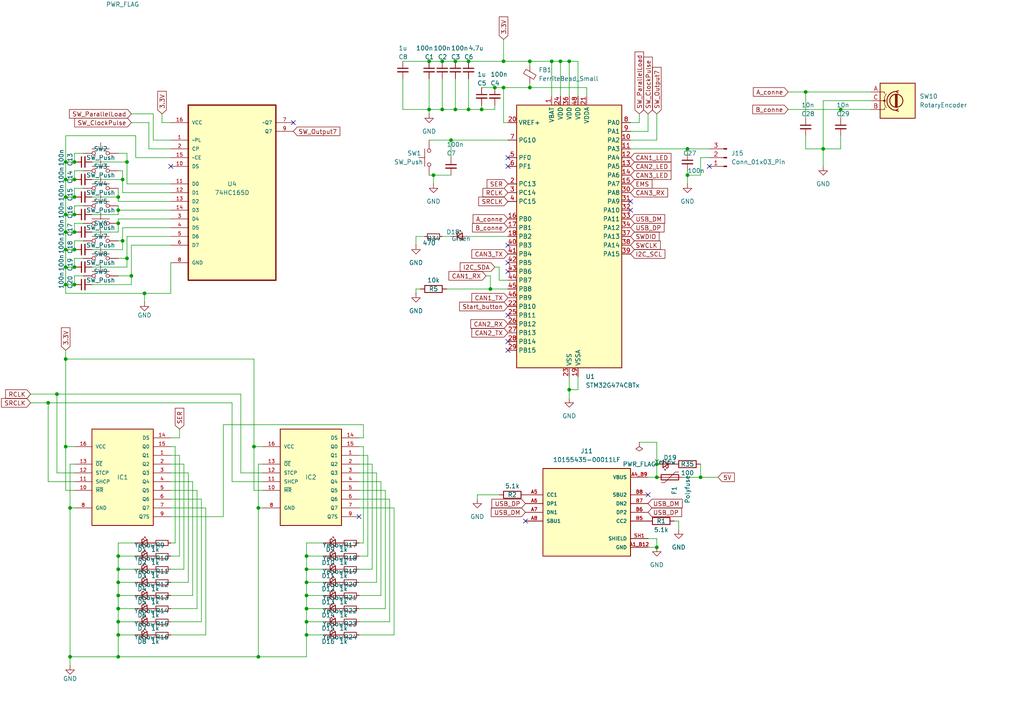
<source format=kicad_sch>
(kicad_sch (version 20250114) (generator "eeschema") (generator_version "9.0")
  (paper "A4")
  (junction (at 199.39 43.18))
  (junction (at 374.65 62.23))
  (junction (at 132.08 17.78))
  (junction (at 38.1 80.01))
  (junction (at 190.5 158.75))
  (junction (at 21.59 57.15))
  (junction (at 162.56 17.78))
  (junction (at 372.11 92.71))
  (junction (at 203.2 138.43))
  (junction (at 92.71 -13.97))
  (junction (at 142.24 83.82))
  (junction (at 88.9 165.1))
  (junction (at 238.76 43.18))
  (junction (at 88.9 168.91))
  (junction (at 342.9 68.58))
  (junction (at 359.41 90.17))
  (junction (at 128.27 17.78))
  (junction (at 34.29 57.15))
  (junction (at 36.83 46.99))
  (junction (at 349.25 68.58))
  (junction (at 19.05 104.14))
  (junction (at 66.04 -22.86))
  (junction (at 21.59 62.23))
  (junction (at 346.71 8.89))
  (junction (at 21.59 82.55))
  (junction (at 16.51 114.3))
  (junction (at 143.51 25.4))
  (junction (at 160.02 17.78))
  (junction (at 125.73 50.8))
  (junction (at 165.1 17.78))
  (junction (at 190.5 134.62))
  (junction (at 350.52 85.09))
  (junction (at 21.59 46.99))
  (junction (at 374.65 90.17))
  (junction (at 88.9 180.34))
  (junction (at 21.59 67.31))
  (junction (at 88.9 161.29))
  (junction (at 236.22 -16.51))
  (junction (at 60.96 -17.78))
  (junction (at 39.37 -13.97))
  (junction (at 233.68 26.67))
  (junction (at 165.1 113.03))
  (junction (at 374.65 52.07))
  (junction (at 100.33 -22.86))
  (junction (at 153.67 17.78))
  (junction (at 19.05 82.55))
  (junction (at 66.04 -17.78))
  (junction (at 35.56 -5.08))
  (junction (at 13.97 116.84))
  (junction (at 34.29 64.77))
  (junction (at 135.89 31.75))
  (junction (at 63.5 -17.78))
  (junction (at 199.39 50.8))
  (junction (at 19.05 52.07))
  (junction (at 190.5 138.43))
  (junction (at 34.29 60.96))
  (junction (at 19.05 72.39))
  (junction (at 34.29 172.72))
  (junction (at 34.29 190.5))
  (junction (at 374.65 24.13))
  (junction (at 370.84 16.51))
  (junction (at 359.41 52.07))
  (junction (at 35.56 52.07))
  (junction (at 34.29 161.29))
  (junction (at 374.65 100.33))
  (junction (at 234.95 -8.89))
  (junction (at 34.29 176.53))
  (junction (at 372.11 54.61))
  (junction (at 361.95 16.51))
  (junction (at 139.7 31.75))
  (junction (at 21.59 72.39))
  (junction (at 34.29 168.91))
  (junction (at 128.27 31.75))
  (junction (at 20.32 147.32))
  (junction (at 344.17 106.68))
  (junction (at 361.95 54.61))
  (junction (at 20.32 190.5))
  (junction (at 74.93 190.5))
  (junction (at 19.05 46.99))
  (junction (at 407.67 92.71))
  (junction (at 88.9 184.15))
  (junction (at 36.83 74.93))
  (junction (at 146.05 25.4))
  (junction (at 74.93 147.32))
  (junction (at 407.67 54.61))
  (junction (at 146.05 17.78))
  (junction (at 19.05 129.54))
  (junction (at 13.97 -13.97))
  (junction (at 34.29 180.34))
  (junction (at 88.9 176.53))
  (junction (at 19.05 57.15))
  (junction (at 19.05 67.31))
  (junction (at 243.84 31.75))
  (junction (at 350.52 106.68))
  (junction (at 407.67 16.51))
  (junction (at 21.59 77.47))
  (junction (at 88.9 172.72))
  (junction (at 60.96 -22.86))
  (junction (at 73.66 129.54))
  (junction (at 359.41 13.97))
  (junction (at 351.79 29.21))
  (junction (at 130.81 40.64))
  (junction (at 41.91 85.09))
  (junction (at 26.67 -5.08))
  (junction (at 342.9 29.21))
  (junction (at 34.29 184.15))
  (junction (at 35.56 69.85))
  (junction (at 21.59 52.07))
  (junction (at 153.67 25.4))
  (junction (at 34.29 165.1))
  (junction (at 361.95 92.71))
  (junction (at 19.05 77.47))
  (junction (at 124.46 17.78))
  (junction (at 135.89 17.78))
  (junction (at 132.08 31.75))
  (junction (at 351.79 46.99))
  (junction (at 19.05 62.23))
  (junction (at 373.38 13.97))
  (junction (at 124.46 31.75))
  (no_connect (at 364.49 43.18))
  (no_connect (at 87.63 -8.89))
  (no_connect (at 205.74 48.26))
  (no_connect (at 182.88 58.42))
  (no_connect (at 147.32 48.26))
  (no_connect (at 364.49 5.08))
  (no_connect (at 147.32 78.74))
  (no_connect (at 364.49 81.28))
  (no_connect (at 147.32 71.12))
  (no_connect (at 182.88 60.96))
  (no_connect (at 187.96 143.51))
  (no_connect (at 49.53 48.26))
  (no_connect (at 147.32 45.72))
  (no_connect (at 147.32 101.6))
  (no_connect (at 152.4 151.13))
  (no_connect (at 147.32 99.06))
  (no_connect (at 104.14 149.86))
  (no_connect (at 147.32 76.2))
  (no_connect (at 147.32 91.44))
  (no_connect (at 85.09 35.56))
  (wire (pts (xy 146.05 17.78) (xy 153.67 17.78)))
  (wire (pts (xy 100.33 -22.86) (xy 105.41 -22.86)))
  (wire (pts (xy 49.53 60.96) (xy 34.29 60.96)))
  (wire (pts (xy 370.84 62.23) (xy 374.65 62.23)))
  (wire (pts (xy 34.29 -13.97) (xy 39.37 -13.97)))
  (wire (pts (xy 344.17 106.68) (xy 350.52 106.68)))
  (wire (pts (xy 57.15 176.53) (xy 49.53 176.53)))
  (wire (pts (xy 34.29 184.15) (xy 39.37 184.15)))
  (wire (pts (xy 34.29 63.5) (xy 34.29 64.77)))
  (wire (pts (xy 57.15 142.24) (xy 57.15 176.53)))
  (wire (pts (xy 139.7 25.4) (xy 143.51 25.4)))
  (wire (pts (xy 26.67 62.23) (xy 34.29 62.23)))
  (wire (pts (xy 350.52 101.6) (xy 344.17 101.6)))
  (wire (pts (xy 49.53 132.08) (xy 52.07 132.08)))
  (wire (pts (xy 49.53 58.42) (xy 34.29 58.42)))
  (wire (pts (xy 19.05 77.47) (xy 21.59 77.47)))
  (wire (pts (xy 24.13 74.93) (xy 21.59 74.93)))
  (wire (pts (xy 353.06 46.99) (xy 351.79 46.99)))
  (wire (pts (xy 67.31 139.7) (xy 67.31 116.84)))
  (wire (pts (xy 35.56 -5.08) (xy 26.67 -5.08)))
  (wire (pts (xy 100.33 -33.02) (xy 100.33 -34.29)))
  (wire (pts (xy 128.27 17.78) (xy 132.08 17.78)))
  (wire (pts (xy 185.42 35.56) (xy 185.42 33.02)))
  (wire (pts (xy 46.99 35.56) (xy 46.99 33.02)))
  (wire (pts (xy 105.41 157.48) (xy 104.14 157.48)))
  (wire (pts (xy 116.84 22.86) (xy 116.84 31.75)))
  (wire (pts (xy 350.52 85.09) (xy 344.17 85.09)))
  (wire (pts (xy 344.17 106.68) (xy 344.17 102.87)))
  (wire (pts (xy 19.05 67.31) (xy 21.59 67.31)))
  (wire (pts (xy 49.53 53.34) (xy 36.83 53.34)))
  (wire (pts (xy 34.29 168.91) (xy 34.29 172.72)))
  (wire (pts (xy 185.42 128.27) (xy 190.5 128.27)))
  (wire (pts (xy 24.13 44.45) (xy 21.59 44.45)))
  (wire (pts (xy 24.13 80.01) (xy 21.59 80.01)))
  (wire (pts (xy 34.29 58.42) (xy 34.29 57.15)))
  (wire (pts (xy 49.53 66.04) (xy 35.56 66.04)))
  (wire (pts (xy 39.37 -13.97) (xy 45.72 -13.97)))
  (wire (pts (xy 35.56 49.53) (xy 34.29 49.53)))
  (wire (pts (xy 342.9 29.21) (xy 342.9 26.67)))
  (wire (pts (xy 350.52 81.28) (xy 350.52 85.09)))
  (wire (pts (xy 128.27 68.58) (xy 130.81 68.58)))
  (wire (pts (xy 20.32 147.32) (xy 20.32 190.5)))
  (wire (pts (xy 114.3 147.32) (xy 114.3 184.15)))
  (wire (pts (xy 236.22 -25.4) (xy 236.22 -16.51)))
  (wire (pts (xy 233.68 26.67) (xy 252.73 26.67)))
  (wire (pts (xy 19.05 104.14) (xy 73.66 104.14)))
  (wire (pts (xy 353.06 63.5) (xy 353.06 46.99)))
  (wire (pts (xy 13.97 -5.08) (xy 26.67 -5.08)))
  (wire (pts (xy 50.8 157.48) (xy 49.53 157.48)))
  (wire (pts (xy 361.95 88.9) (xy 361.95 92.71)))
  (wire (pts (xy 236.22 -16.51) (xy 238.76 -16.51)))
  (wire (pts (xy 361.95 92.71) (xy 372.11 92.71)))
  (wire (pts (xy 21.59 59.69) (xy 21.59 62.23)))
  (wire (pts (xy 34.29 161.29) (xy 39.37 161.29)))
  (wire (pts (xy 34.29 184.15) (xy 34.29 190.5)))
  (wire (pts (xy 92.71 -22.86) (xy 100.33 -22.86)))
  (wire (pts (xy 34.29 172.72) (xy 39.37 172.72)))
  (wire (pts (xy 182.88 38.1) (xy 187.96 38.1)))
  (wire (pts (xy 35.56 66.04) (xy 35.56 69.85)))
  (wire (pts (xy 374.65 86.36) (xy 374.65 90.17)))
  (wire (pts (xy 59.69 147.32) (xy 59.69 184.15)))
  (wire (pts (xy 88.9 176.53) (xy 88.9 180.34)))
  (wire (pts (xy 38.1 82.55) (xy 38.1 80.01)))
  (wire (pts (xy 165.1 113.03) (xy 167.64 113.03)))
  (wire (pts (xy 359.41 90.17) (xy 374.65 90.17)))
  (wire (pts (xy 128.27 22.86) (xy 128.27 31.75)))
  (wire (pts (xy 39.37 -5.08) (xy 35.56 -5.08)))
  (wire (pts (xy 85.09 -13.97) (xy 85.09 -8.89)))
  (wire (pts (xy 397.51 90.17) (xy 401.32 90.17)))
  (wire (pts (xy 34.29 180.34) (xy 34.29 184.15)))
  (wire (pts (xy 24.13 54.61) (xy 21.59 54.61)))
  (wire (pts (xy 143.51 31.75) (xy 143.51 30.48)))
  (wire (pts (xy 34.29 165.1) (xy 39.37 165.1)))
  (wire (pts (xy 88.9 161.29) (xy 93.98 161.29)))
  (wire (pts (xy 55.88 -22.86) (xy 60.96 -22.86)))
  (wire (pts (xy 49.53 144.78) (xy 58.42 144.78)))
  (wire (pts (xy 19.05 104.14) (xy 19.05 129.54)))
  (wire (pts (xy 8.89 116.84) (xy 13.97 116.84)))
  (wire (pts (xy 63.5 -13.97) (xy 63.5 -17.78)))
  (wire (pts (xy 144.78 81.28) (xy 144.78 77.47)))
  (wire (pts (xy 20.32 134.62) (xy 20.32 147.32)))
  (wire (pts (xy 104.14 139.7) (xy 110.49 139.7)))
  (wire (pts (xy 76.2 142.24) (xy 73.66 142.24)))
  (wire (pts (xy 407.67 16.51) (xy 407.67 19.05)))
  (wire (pts (xy 106.68 161.29) (xy 104.14 161.29)))
  (wire (pts (xy 39.37 45.72) (xy 39.37 39.37)))
  (wire (pts (xy 370.84 10.16) (xy 370.84 16.51)))
  (wire (pts (xy 39.37 -8.89) (xy 39.37 -5.08)))
  (wire (pts (xy 407.67 8.89) (xy 407.67 16.51)))
  (wire (pts (xy 88.9 165.1) (xy 88.9 168.91)))
  (wire (pts (xy 187.96 38.1) (xy 187.96 33.02)))
  (wire (pts (xy 73.66 129.54) (xy 73.66 104.14)))
  (wire (pts (xy 104.14 147.32) (xy 114.3 147.32)))
  (wire (pts (xy 344.17 90.17) (xy 359.41 90.17)))
  (wire (pts (xy 374.65 100.33) (xy 377.19 100.33)))
  (wire (pts (xy 342.9 54.61) (xy 361.95 54.61)))
  (wire (pts (xy 49.53 45.72) (xy 39.37 45.72)))
  (wire (pts (xy 55.88 139.7) (xy 55.88 172.72)))
  (wire (pts (xy 146.05 35.56) (xy 147.32 35.56)))
  (wire (pts (xy 203.2 45.72) (xy 205.74 45.72)))
  (wire (pts (xy 200.66 -17.78) (xy 200.66 -16.51)))
  (wire (pts (xy 13.97 139.7) (xy 21.59 139.7)))
  (wire (pts (xy 233.68 26.67) (xy 233.68 34.29)))
  (wire (pts (xy 67.31 116.84) (xy 13.97 116.84)))
  (wire (pts (xy 26.67 67.31) (xy 34.29 67.31)))
  (wire (pts (xy 64.77 123.19) (xy 105.41 123.19)))
  (wire (pts (xy 88.9 180.34) (xy 88.9 184.15)))
  (wire (pts (xy 203.2 45.72) (xy 203.2 50.8)))
  (wire (pts (xy 187.96 138.43) (xy 190.5 138.43)))
  (wire (pts (xy 228.6 31.75) (xy 243.84 31.75)))
  (wire (pts (xy 35.56 55.88) (xy 35.56 52.07)))
  (wire (pts (xy 13.97 -13.97) (xy 19.05 -13.97)))
  (wire (pts (xy 351.79 39.37) (xy 351.79 46.99)))
  (wire (pts (xy 124.46 40.64) (xy 130.81 40.64)))
  (wire (pts (xy 167.64 113.03) (xy 167.64 109.22)))
  (wire (pts (xy 104.14 137.16) (xy 109.22 137.16)))
  (wire (pts (xy 43.18 43.18) (xy 49.53 43.18)))
  (wire (pts (xy 374.65 48.26) (xy 374.65 52.07)))
  (wire (pts (xy 88.9 157.48) (xy 88.9 161.29)))
  (wire (pts (xy 120.65 68.58) (xy 120.65 71.12)))
  (wire (pts (xy 88.9 184.15) (xy 88.9 190.5)))
  (wire (pts (xy 359.41 43.18) (xy 359.41 52.07)))
  (wire (pts (xy 243.84 31.75) (xy 252.73 31.75)))
  (wire (pts (xy 41.91 85.09) (xy 41.91 87.63)))
  (wire (pts (xy 165.1 17.78) (xy 165.1 27.94)))
  (wire (pts (xy 88.9 184.15) (xy 93.98 184.15)))
  (wire (pts (xy 19.05 72.39) (xy 19.05 77.47)))
  (wire (pts (xy 109.22 137.16) (xy 109.22 168.91)))
  (wire (pts (xy 190.5 156.21) (xy 187.96 156.21)))
  (wire (pts (xy 92.71 -17.78) (xy 92.71 -13.97)))
  (wire (pts (xy 20.32 190.5) (xy 34.29 190.5)))
  (wire (pts (xy 26.67 -5.08) (xy 26.67 -3.81)))
  (wire (pts (xy 53.34 165.1) (xy 49.53 165.1)))
  (wire (pts (xy 350.52 106.68) (xy 354.33 106.68)))
  (wire (pts (xy 200.66 -10.16) (xy 200.66 -11.43)))
  (wire (pts (xy 49.53 68.58) (xy 36.83 68.58)))
  (wire (pts (xy 88.9 165.1) (xy 93.98 165.1)))
  (wire (pts (xy 407.67 54.61) (xy 407.67 57.15)))
  (wire (pts (xy 82.55 -8.89) (xy 82.55 -13.97)))
  (wire (pts (xy 74.93 134.62) (xy 74.93 147.32)))
  (wire (pts (xy 19.05 142.24) (xy 19.05 129.54)))
  (wire (pts (xy 34.29 165.1) (xy 34.29 168.91)))
  (wire (pts (xy 361.95 12.7) (xy 361.95 16.51)))
  (wire (pts (xy 76.2 134.62) (xy 74.93 134.62)))
  (wire (pts (xy 105.41 129.54) (xy 105.41 157.48)))
  (wire (pts (xy 69.85 137.16) (xy 69.85 114.3)))
  (wire (pts (xy 374.65 24.13) (xy 377.19 24.13)))
  (wire (pts (xy 144.78 77.47) (xy 143.51 77.47)))
  (wire (pts (xy 21.59 44.45) (xy 21.59 46.99)))
  (wire (pts (xy 232.41 -12.7) (xy 232.41 -8.89)))
  (wire (pts (xy 203.2 50.8) (xy 199.39 50.8)))
  (wire (pts (xy 49.53 137.16) (xy 54.61 137.16)))
  (wire (pts (xy 16.51 114.3) (xy 16.51 137.16)))
  (wire (pts (xy 342.9 68.58) (xy 349.25 68.58)))
  (wire (pts (xy 361.95 54.61) (xy 372.11 54.61)))
  (wire (pts (xy 59.69 184.15) (xy 49.53 184.15)))
  (wire (pts (xy 238.76 -8.89) (xy 234.95 -8.89)))
  (wire (pts (xy 165.1 17.78) (xy 167.64 17.78)))
  (wire (pts (xy 19.05 39.37) (xy 19.05 46.99)))
  (wire (pts (xy 55.88 172.72) (xy 49.53 172.72)))
  (wire (pts (xy 139.7 31.75) (xy 143.51 31.75)))
  (wire (pts (xy 342.9 24.13) (xy 342.9 21.59)))
  (wire (pts (xy 19.05 62.23) (xy 21.59 62.23)))
  (wire (pts (xy 138.43 143.51) (xy 138.43 144.78)))
  (wire (pts (xy 19.05 52.07) (xy 19.05 57.15)))
  (wire (pts (xy 130.81 40.64) (xy 147.32 40.64)))
  (wire (pts (xy 124.46 31.75) (xy 124.46 33.02)))
  (wire (pts (xy 38.1 33.02) (xy 44.45 33.02)))
  (wire (pts (xy 142.24 83.82) (xy 147.32 83.82)))
  (wire (pts (xy 35.56 69.85) (xy 34.29 69.85)))
  (wire (pts (xy 407.67 92.71) (xy 407.67 95.25)))
  (wire (pts (xy 387.35 46.99) (xy 407.67 46.99)))
  (wire (pts (xy 104.14 134.62) (xy 107.95 134.62)))
  (wire (pts (xy 153.67 24.13) (xy 153.67 25.4)))
  (wire (pts (xy 55.88 -20.32) (xy 55.88 -17.78)))
  (wire (pts (xy 49.53 35.56) (xy 46.99 35.56)))
  (wire (pts (xy 73.66 142.24) (xy 73.66 129.54)))
  (wire (pts (xy 196.85 151.13) (xy 196.85 153.67)))
  (wire (pts (xy 146.05 25.4) (xy 146.05 35.56)))
  (wire (pts (xy 88.9 180.34) (xy 93.98 180.34)))
  (wire (pts (xy 233.68 43.18) (xy 238.76 43.18)))
  (wire (pts (xy 39.37 157.48) (xy 34.29 157.48)))
  (wire (pts (xy 124.46 31.75) (xy 128.27 31.75)))
  (wire (pts (xy 228.6 26.67) (xy 233.68 26.67)))
  (wire (pts (xy 125.73 50.8) (xy 125.73 53.34)))
  (wire (pts (xy 19.05 72.39) (xy 21.59 72.39)))
  (wire (pts (xy 49.53 134.62) (xy 53.34 134.62)))
  (wire (pts (xy 372.11 48.26) (xy 372.11 54.61)))
  (wire (pts (xy 39.37 39.37) (xy 19.05 39.37)))
  (wire (pts (xy 344.17 92.71) (xy 361.95 92.71)))
  (wire (pts (xy 124.46 17.78) (xy 128.27 17.78)))
  (wire (pts (xy 76.2 139.7) (xy 67.31 139.7)))
  (wire (pts (xy 349.25 68.58) (xy 353.06 68.58)))
  (wire (pts (xy 372.11 86.36) (xy 372.11 92.71)))
  (wire (pts (xy 54.61 137.16) (xy 54.61 168.91)))
  (wire (pts (xy 398.78 69.85) (xy 397.51 69.85)))
  (wire (pts (xy 370.84 16.51) (xy 377.19 16.51)))
  (wire (pts (xy 397.51 67.31) (xy 398.78 67.31)))
  (wire (pts (xy 21.59 134.62) (xy 20.32 134.62)))
  (wire (pts (xy 100.33 -22.86) (xy 100.33 -21.59)))
  (wire (pts (xy 198.12 138.43) (xy 203.2 138.43)))
  (wire (pts (xy 351.79 46.99) (xy 342.9 46.99)))
  (wire (pts (xy 64.77 149.86) (xy 64.77 123.19)))
  (wire (pts (xy 110.49 172.72) (xy 104.14 172.72)))
  (wire (pts (xy 100.33 -22.86) (xy 100.33 -25.4)))
  (wire (pts (xy 88.9 176.53) (xy 93.98 176.53)))
  (wire (pts (xy 113.03 144.78) (xy 113.03 180.34)))
  (wire (pts (xy 342.9 29.21) (xy 351.79 29.21)))
  (wire (pts (xy 19.05 67.31) (xy 19.05 72.39)))
  (wire (pts (xy 243.84 31.75) (xy 243.84 34.29)))
  (wire (pts (xy 8.89 114.3) (xy 16.51 114.3)))
  (wire (pts (xy 49.53 85.09) (xy 41.91 85.09)))
  (wire (pts (xy 190.5 128.27) (xy 190.5 134.62)))
  (wire (pts (xy 38.1 35.56) (xy 43.18 35.56)))
  (wire (pts (xy 105.41 127) (xy 104.14 127)))
  (wire (pts (xy 35.56 52.07) (xy 35.56 49.53)))
  (wire (pts (xy 167.64 17.78) (xy 167.64 27.94)))
  (wire (pts (xy 346.71 8.89) (xy 342.9 8.89)))
  (wire (pts (xy 400.05 107.95) (xy 397.51 107.95)))
  (wire (pts (xy 135.89 22.86) (xy 135.89 31.75)))
  (wire (pts (xy 58.42 180.34) (xy 49.53 180.34)))
  (wire (pts (xy 162.56 17.78) (xy 162.56 27.94)))
  (wire (pts (xy 6.35 -13.97) (xy 13.97 -13.97)))
  (wire (pts (xy 144.78 143.51) (xy 138.43 143.51)))
  (wire (pts (xy 165.1 109.22) (xy 165.1 113.03)))
  (wire (pts (xy 34.29 57.15) (xy 34.29 54.61)))
  (wire (pts (xy 135.89 31.75) (xy 139.7 31.75)))
  (wire (pts (xy 342.9 52.07) (xy 359.41 52.07)))
  (wire (pts (xy 26.67 52.07) (xy 35.56 52.07)))
  (wire (pts (xy 34.29 62.23) (xy 34.29 60.96)))
  (wire (pts (xy 60.96 -17.78) (xy 63.5 -17.78)))
  (wire (pts (xy 49.53 147.32) (xy 59.69 147.32)))
  (wire (pts (xy 182.88 35.56) (xy 185.42 35.56)))
  (wire (pts (xy 50.8 129.54) (xy 50.8 157.48)))
  (wire (pts (xy 74.93 147.32) (xy 74.93 190.5)))
  (wire (pts (xy 111.76 142.24) (xy 111.76 176.53)))
  (wire (pts (xy 374.65 90.17) (xy 377.19 90.17)))
  (wire (pts (xy 55.88 -17.78) (xy 60.96 -17.78)))
  (wire (pts (xy 199.39 50.8) (xy 199.39 53.34)))
  (wire (pts (xy 19.05 101.6) (xy 19.05 104.14)))
  (wire (pts (xy 74.93 190.5) (xy 88.9 190.5)))
  (wire (pts (xy 361.95 50.8) (xy 361.95 54.61)))
  (wire (pts (xy 124.46 50.8) (xy 125.73 50.8)))
  (wire (pts (xy 26.67 82.55) (xy 38.1 82.55)))
  (wire (pts (xy 160.02 27.94) (xy 160.02 17.78)))
  (wire (pts (xy 19.05 57.15) (xy 21.59 57.15)))
  (wire (pts (xy 359.41 81.28) (xy 359.41 90.17)))
  (wire (pts (xy 407.67 85.09) (xy 407.67 92.71)))
  (wire (pts (xy 49.53 129.54) (xy 50.8 129.54)))
  (wire (pts (xy 34.29 157.48) (xy 34.29 161.29)))
  (wire (pts (xy 21.59 69.85) (xy 21.59 72.39)))
  (wire (pts (xy 21.59 64.77) (xy 21.59 67.31)))
  (wire (pts (xy 170.18 27.94) (xy 170.18 25.4)))
  (wire (pts (xy 104.14 142.24) (xy 111.76 142.24)))
  (wire (pts (xy 203.2 134.62) (xy 203.2 138.43)))
  (wire (pts (xy 26.67 46.99) (xy 36.83 46.99)))
  (wire (pts (xy 34.29 180.34) (xy 39.37 180.34)))
  (wire (pts (xy 49.53 149.86) (xy 64.77 149.86)))
  (wire (pts (xy 21.59 54.61) (xy 21.59 57.15)))
  (wire (pts (xy 20.32 193.04) (xy 20.32 190.5)))
  (wire (pts (xy 19.05 46.99) (xy 19.05 52.07)))
  (wire (pts (xy 38.1 80.01) (xy 34.29 80.01)))
  (wire (pts (xy 140.97 80.01) (xy 142.24 80.01)))
  (wire (pts (xy 19.05 52.07) (xy 21.59 52.07)))
  (wire (pts (xy 370.84 100.33) (xy 374.65 100.33)))
  (wire (pts (xy 34.29 60.96) (xy 34.29 59.69)))
  (wire (pts (xy 19.05 82.55) (xy 21.59 82.55)))
  (wire (pts (xy 88.9 172.72) (xy 88.9 176.53)))
  (wire (pts (xy 58.42 144.78) (xy 58.42 180.34)))
  (wire (pts (xy 88.9 172.72) (xy 93.98 172.72)))
  (wire (pts (xy 49.53 139.7) (xy 55.88 139.7)))
  (wire (pts (xy 199.39 50.8) (xy 199.39 49.53)))
  (wire (pts (xy 88.9 168.91) (xy 88.9 172.72)))
  (wire (pts (xy 199.39 43.18) (xy 205.74 43.18)))
  (wire (pts (xy 243.84 43.18) (xy 238.76 43.18)))
  (wire (pts (xy 63.5 -17.78) (xy 66.04 -17.78)))
  (wire (pts (xy 116.84 17.78) (xy 124.46 17.78)))
  (wire (pts (xy 26.67 57.15) (xy 34.29 57.15)))
  (wire (pts (xy 88.9 168.91) (xy 93.98 168.91)))
  (wire (pts (xy 36.83 44.45) (xy 34.29 44.45)))
  (wire (pts (xy 190.5 158.75) (xy 187.96 158.75)))
  (wire (pts (xy 200.66 -25.4) (xy 200.66 -22.86)))
  (wire (pts (xy 238.76 29.21) (xy 252.73 29.21)))
  (wire (pts (xy 238.76 48.26) (xy 238.76 43.18)))
  (wire (pts (xy 373.38 13.97) (xy 377.19 13.97)))
  (wire (pts (xy 232.41 -16.51) (xy 236.22 -16.51)))
  (wire (pts (xy 88.9 161.29) (xy 88.9 165.1)))
  (wire (pts (xy 38.1 71.12) (xy 38.1 80.01)))
  (wire (pts (xy 132.08 22.86) (xy 132.08 31.75)))
  (wire (pts (xy 354.33 85.09) (xy 350.52 85.09)))
  (wire (pts (xy 106.68 132.08) (xy 106.68 161.29)))
  (wire (pts (xy 44.45 40.64) (xy 49.53 40.64)))
  (wire (pts (xy 153.67 17.78) (xy 160.02 17.78)))
  (wire (pts (xy 73.66 129.54) (xy 76.2 129.54)))
  (wire (pts (xy 342.9 16.51) (xy 361.95 16.51)))
  (wire (pts (xy 190.5 40.64) (xy 190.5 33.02)))
  (wire (pts (xy 130.81 40.64) (xy 130.81 45.72)))
  (wire (pts (xy 52.07 132.08) (xy 52.07 161.29)))
  (wire (pts (xy 21.59 46.99) (xy 19.05 46.99)))
  (wire (pts (xy 105.41 123.19) (xy 105.41 127)))
  (wire (pts (xy 34.29 190.5) (xy 74.93 190.5)))
  (wire (pts (xy 35.56 72.39) (xy 35.56 69.85)))
  (wire (pts (xy 162.56 17.78) (xy 165.1 17.78)))
  (wire (pts (xy 374.65 52.07) (xy 377.19 52.07)))
  (wire (pts (xy 21.59 142.24) (xy 19.05 142.24)))
  (wire (pts (xy 44.45 33.02) (xy 44.45 40.64)))
  (wire (pts (xy 49.53 71.12) (xy 38.1 71.12)))
  (wire (pts (xy 76.2 137.16) (xy 69.85 137.16)))
  (wire (pts (xy 19.05 57.15) (xy 19.05 62.23)))
  (wire (pts (xy 54.61 168.91) (xy 49.53 168.91)))
  (wire (pts (xy 374.65 59.69) (xy 377.19 59.69)))
  (wire (pts (xy 49.53 55.88) (xy 35.56 55.88)))
  (wire (pts (xy 143.51 25.4) (xy 146.05 25.4)))
  (wire (pts (xy 120.65 83.82) (xy 120.65 85.09)))
  (wire (pts (xy 53.34 134.62) (xy 53.34 165.1)))
  (wire (pts (xy 66.04 -17.78) (xy 77.47 -17.78)))
  (wire (pts (xy 190.5 134.62) (xy 190.5 138.43)))
  (wire (pts (xy 114.3 184.15) (xy 104.14 184.15)))
  (wire (pts (xy 135.89 17.78) (xy 146.05 17.78)))
  (wire (pts (xy 135.89 68.58) (xy 147.32 68.58)))
  (wire (pts (xy 342.9 13.97) (xy 359.41 13.97)))
  (wire (pts (xy 153.67 19.05) (xy 153.67 17.78)))
  (wire (pts (xy 26.67 -6.35) (xy 26.67 -5.08)))
  (wire (pts (xy 147.32 81.28) (xy 144.78 81.28)))
  (wire (pts (xy 165.1 113.03) (xy 165.1 115.57)))
  (wire (pts (xy 49.53 76.2) (xy 49.53 85.09)))
  (wire (pts (xy 129.54 83.82) (xy 142.24 83.82)))
  (wire (pts (xy 34.29 67.31) (xy 34.29 64.77)))
  (wire (pts (xy 182.88 40.64) (xy 190.5 40.64)))
  (wire (pts (xy 16.51 137.16) (xy 21.59 137.16)))
  (wire (pts (xy 374.65 62.23) (xy 377.19 62.23)))
  (wire (pts (xy 405.13 54.61) (xy 407.67 54.61)))
  (wire (pts (xy 19.05 82.55) (xy 19.05 85.09)))
  (wire (pts (xy 372.11 92.71) (xy 377.19 92.71)))
  (wire (pts (xy 397.51 52.07) (xy 401.32 52.07)))
  (wire (pts (xy 34.29 176.53) (xy 39.37 176.53)))
  (wire (pts (xy 139.7 31.75) (xy 139.7 30.48)))
  (wire (pts (xy 387.35 85.09) (xy 407.67 85.09)))
  (wire (pts (xy 142.24 80.01) (xy 142.24 83.82)))
  (wire (pts (xy 359.41 5.08) (xy 359.41 13.97)))
  (wire (pts (xy 111.76 176.53) (xy 104.14 176.53)))
  (wire (pts (xy 123.19 68.58) (xy 120.65 68.58)))
  (wire (pts (xy 243.84 39.37) (xy 243.84 43.18)))
  (wire (pts (xy 36.83 68.58) (xy 36.83 74.93)))
  (wire (pts (xy 21.59 49.53) (xy 21.59 52.07)))
  (wire (pts (xy 351.79 29.21) (xy 355.6 29.21)))
  (wire (pts (xy 373.38 10.16) (xy 373.38 13.97)))
  (wire (pts (xy 24.13 49.53) (xy 21.59 49.53)))
  (wire (pts (xy 232.41 -8.89) (xy 234.95 -8.89)))
  (wire (pts (xy 374.65 62.23) (xy 374.65 59.69)))
  (wire (pts (xy 355.6 24.13) (xy 355.6 8.89)))
  (wire (pts (xy 146.05 11.43) (xy 146.05 17.78)))
  (wire (pts (xy 195.58 151.13) (xy 196.85 151.13)))
  (wire (pts (xy 93.98 157.48) (xy 88.9 157.48)))
  (wire (pts (xy 92.71 -11.43) (xy 92.71 -13.97)))
  (wire (pts (xy 24.13 59.69) (xy 21.59 59.69)))
  (wire (pts (xy 52.07 161.29) (xy 49.53 161.29)))
  (wire (pts (xy 233.68 39.37) (xy 233.68 43.18)))
  (wire (pts (xy 361.95 16.51) (xy 370.84 16.51)))
  (wire (pts (xy 238.76 43.18) (xy 238.76 29.21)))
  (wire (pts (xy 238.76 -11.43) (xy 238.76 -8.89)))
  (wire (pts (xy 398.78 31.75) (xy 397.51 31.75)))
  (wire (pts (xy 387.35 8.89) (xy 407.67 8.89)))
  (wire (pts (xy 24.13 69.85) (xy 21.59 69.85)))
  (wire (pts (xy 34.29 176.53) (xy 34.29 180.34)))
  (wire (pts (xy 354.33 101.6) (xy 354.33 85.09)))
  (wire (pts (xy 374.65 100.33) (xy 374.65 97.79)))
  (wire (pts (xy 370.84 24.13) (xy 374.65 24.13)))
  (wire (pts (xy 374.65 97.79) (xy 377.19 97.79)))
  (wire (pts (xy 36.83 46.99) (xy 36.83 44.45)))
  (wire (pts (xy 344.17 101.6) (xy 344.17 97.79)))
  (wire (pts (xy 13.97 116.84) (xy 13.97 139.7)))
  (wire (pts (xy 116.84 31.75) (xy 124.46 31.75)))
  (wire (pts (xy 397.51 13.97) (xy 401.32 13.97)))
  (wire (pts (xy 109.22 168.91) (xy 104.14 168.91)))
  (wire (pts (xy 19.05 129.54) (xy 21.59 129.54)))
  (wire (pts (xy 104.14 132.08) (xy 106.68 132.08)))
  (wire (pts (xy 110.49 139.7) (xy 110.49 172.72)))
  (wire (pts (xy 34.29 168.91) (xy 39.37 168.91)))
  (wire (pts (xy 107.95 165.1) (xy 104.14 165.1)))
  (wire (pts (xy 43.18 35.56) (xy 43.18 43.18)))
  (wire (pts (xy 20.32 147.32) (xy 21.59 147.32)))
  (wire (pts (xy 405.13 16.51) (xy 407.67 16.51)))
  (wire (pts (xy 13.97 -8.89) (xy 13.97 -5.08)))
  (wire (pts (xy 132.08 31.75) (xy 135.89 31.75)))
  (wire (pts (xy 49.53 142.24) (xy 57.15 142.24)))
  (wire (pts (xy 19.05 62.23) (xy 19.05 67.31)))
  (wire (pts (xy 232.41 -15.24) (xy 232.41 -16.51)))
  (wire (pts (xy 132.08 17.78) (xy 135.89 17.78)))
  (wire (pts (xy 76.2 -22.86) (xy 77.47 -22.86)))
  (wire (pts (xy 113.03 180.34) (xy 104.14 180.34)))
  (wire (pts (xy 60.96 -22.86) (xy 66.04 -22.86)))
  (wire (pts (xy 92.71 -13.97) (xy 85.09 -13.97)))
  (wire (pts (xy 355.6 8.89) (xy 346.71 8.89)))
  (wire (pts (xy 153.67 25.4) (xy 146.05 25.4)))
  (wire (pts (xy 359.41 52.07) (xy 374.65 52.07)))
  (wire (pts (xy 107.95 134.62) (xy 107.95 165.1)))
  (wire (pts (xy 170.18 25.4) (xy 153.67 25.4)))
  (wire (pts (xy 66.04 -22.86) (xy 68.58 -22.86)))
  (wire (pts (xy 203.2 138.43) (xy 208.28 138.43)))
  (wire (pts (xy 406.4 67.31) (xy 407.67 67.31)))
  (wire (pts (xy 407.67 46.99) (xy 407.67 54.61)))
  (wire (pts (xy 359.41 13.97) (xy 373.38 13.97)))
  (wire (pts (xy 49.53 63.5) (xy 34.29 63.5)))
  (wire (pts (xy 125.73 50.8) (xy 130.81 50.8)))
  (wire (pts (xy 36.83 74.93) (xy 34.29 74.93)))
  (wire (pts (xy 21.59 74.93) (xy 21.59 77.47)))
  (wire (pts (xy 124.46 22.86) (xy 124.46 31.75)))
  (wire (pts (xy 34.29 172.72) (xy 34.29 176.53)))
  (wire (pts (xy 26.67 77.47) (xy 36.83 77.47)))
  (wire (pts (xy 104.14 129.54) (xy 105.41 129.54)))
  (wire (pts (xy 121.92 83.82) (xy 120.65 83.82)))
  (wire (pts (xy 36.83 53.34) (xy 36.83 46.99)))
  (wire (pts (xy 374.65 21.59) (xy 377.19 21.59)))
  (wire (pts (xy 351.79 24.13) (xy 342.9 24.13)))
  (wire (pts (xy 74.93 147.32) (xy 76.2 147.32)))
  (wire (pts (xy 34.29 161.29) (xy 34.29 165.1)))
  (wire (pts (xy 406.4 105.41) (xy 408.94 105.41)))
  (wire (pts (xy 128.27 31.75) (xy 132.08 31.75)))
  (wire (pts (xy 190.5 156.21) (xy 190.5 158.75)))
  (wire (pts (xy 405.13 29.21) (xy 406.4 29.21)))
  (wire (pts (xy 76.2 -13.97) (xy 82.55 -13.97)))
  (wire (pts (xy 63.5 -13.97) (xy 68.58 -13.97)))
  (wire (pts (xy 346.71 3.81) (xy 346.71 8.89)))
  (wire (pts (xy 49.53 127) (xy 52.07 127)))
  (wire (pts (xy 19.05 77.47) (xy 19.05 82.55)))
  (wire (pts (xy 19.05 85.09) (xy 41.91 85.09)))
  (wire (pts (xy 104.14 144.78) (xy 113.03 144.78)))
  (wire (pts (xy 69.85 114.3) (xy 16.51 114.3)))
  (wire (pts (xy 342.9 63.5) (xy 342.9 59.69)))
  (wire (pts (xy 374.65 24.13) (xy 374.65 21.59)))
  (wire (pts (xy 199.39 44.45) (xy 199.39 43.18)))
  (wire (pts (xy 344.17 109.22) (xy 344.17 106.68)))
  (wire (pts (xy 24.13 64.77) (xy 21.59 64.77)))
  (wire (pts (xy 372.11 54.61) (xy 377.19 54.61)))
  (wire (pts (xy 397.51 105.41) (xy 398.78 105.41)))
  (wire (pts (xy 182.88 43.18) (xy 199.39 43.18)))
  (wire (pts (xy 342.9 68.58) (xy 342.9 64.77)))
  (wire (pts (xy 92.71 -13.97) (xy 100.33 -13.97)))
  (wire (pts (xy 405.13 92.71) (xy 407.67 92.71)))
  (wire (pts (xy 160.02 17.78) (xy 162.56 17.78)))
  (wire (pts (xy 26.67 72.39) (xy 35.56 72.39)))
  (wire (pts (xy 36.83 77.47) (xy 36.83 74.93)))
  (wire (pts (xy 21.59 80.01) (xy 21.59 82.55)))
  (wire (pts (xy 52.07 127) (xy 52.07 124.46)))
  (wire (pts (xy 349.25 63.5) (xy 342.9 63.5)))
  (global_label "CAN1_RX" (shape input) (at 140.97 80.01 180) (property "Intersheetrefs" "${INTERSHEET_REFS}" (effects (hide yes))))
  (global_label "SRCLK" (shape input) (at 147.32 58.42 180) (property "Intersheetrefs" "${INTERSHEET_REFS}" (effects (hide yes))))
  (global_label "CAN3_RX" (shape input) (at 182.88 55.88 0) (property "Intersheetrefs" "${INTERSHEET_REFS}" (effects (hide yes))))
  (global_label "CAN3_RX" (shape input) (at 313.69 97.79 180) (property "Intersheetrefs" "${INTERSHEET_REFS}" (effects (hide yes))))
  (global_label "SW_Output7" (shape input) (at 190.5 33.02 90) (property "Intersheetrefs" "${INTERSHEET_REFS}" (effects (hide yes))))
  (global_label "5V" (shape input) (at 401.32 13.97 0) (property "Intersheetrefs" "${INTERSHEET_REFS}" (effects (hide yes))))
  (global_label "SWDIO" (shape input) (at 182.88 68.58 0) (property "Intersheetrefs" "${INTERSHEET_REFS}" (effects (hide yes))))
  (global_label "EMS" (shape input) (at 182.88 53.34 0) (property "Intersheetrefs" "${INTERSHEET_REFS}" (effects (hide yes))))
  (global_label "5V" (shape input) (at 350.52 81.28 90) (property "Intersheetrefs" "${INTERSHEET_REFS}" (effects (hide yes))))
  (global_label "USB_DM" (shape input) (at 152.4 148.59 180) (property "Intersheetrefs" "${INTERSHEET_REFS}" (effects (hide yes))))
  (global_label "CAN3_LED" (shape input) (at 182.88 50.8 0) (property "Intersheetrefs" "${INTERSHEET_REFS}" (effects (hide yes))))
  (global_label "B_conne" (shape input) (at 228.6 31.75 180) (property "Intersheetrefs" "${INTERSHEET_REFS}" (effects (hide yes))))
  (global_label "SER" (shape input) (at 147.32 53.34 180) (property "Intersheetrefs" "${INTERSHEET_REFS}" (effects (hide yes))))
  (global_label "SW_ParallelLoad" (shape input) (at 38.1 33.02 180) (property "Intersheetrefs" "${INTERSHEET_REFS}" (effects (hide yes))))
  (global_label "USB_DM" (shape input) (at 182.88 63.5 0) (property "Intersheetrefs" "${INTERSHEET_REFS}" (effects (hide yes))))
  (global_label "3.3V" (shape input) (at 46.99 33.02 90) (property "Intersheetrefs" "${INTERSHEET_REFS}" (effects (hide yes))))
  (global_label "CAN2_RX" (shape input) (at 147.32 93.98 180) (property "Intersheetrefs" "${INTERSHEET_REFS}" (effects (hide yes))))
  (global_label "SW_ClockPulse" (shape input) (at 38.1 35.56 180) (property "Intersheetrefs" "${INTERSHEET_REFS}" (effects (hide yes))))
  (global_label "I2C_SDA" (shape input) (at 143.51 77.47 180) (property "Intersheetrefs" "${INTERSHEET_REFS}" (effects (hide yes))))
  (global_label "Start_button" (shape input) (at 147.32 88.9 180) (property "Intersheetrefs" "${INTERSHEET_REFS}" (effects (hide yes))))
  (global_label "SW_ClockPulse" (shape input) (at 187.96 33.02 90) (property "Intersheetrefs" "${INTERSHEET_REFS}" (effects (hide yes))))
  (global_label "3.3V" (shape input) (at 130.81 -20.32 180) (property "Intersheetrefs" "${INTERSHEET_REFS}" (effects (hide yes))))
  (global_label "5V" (shape input) (at 346.71 3.81 90) (property "Intersheetrefs" "${INTERSHEET_REFS}" (effects (hide yes))))
  (global_label "USB_DP" (shape input) (at 187.96 148.59 0) (property "Intersheetrefs" "${INTERSHEET_REFS}" (effects (hide yes))))
  (global_label "5V" (shape input) (at 100.33 -34.29 90) (property "Intersheetrefs" "${INTERSHEET_REFS}" (effects (hide yes))))
  (global_label "5V" (shape input) (at 6.35 -13.97 90) (property "Intersheetrefs" "${INTERSHEET_REFS}" (effects (hide yes))))
  (global_label "SWCLK" (shape input) (at 130.81 -15.24 180) (property "Intersheetrefs" "${INTERSHEET_REFS}" (effects (hide yes))))
  (global_label "I2C_SDA" (shape input) (at 170.18 -15.24 0) (property "Intersheetrefs" "${INTERSHEET_REFS}" (effects (hide yes))))
  (global_label "CAN1_TX" (shape input) (at 147.32 86.36 180) (property "Intersheetrefs" "${INTERSHEET_REFS}" (effects (hide yes))))
  (global_label "3.3V" (shape input) (at 45.72 -13.97 90) (property "Intersheetrefs" "${INTERSHEET_REFS}" (effects (hide yes))))
  (global_label "EMS" (shape input) (at 377.19 64.77 180) (property "Intersheetrefs" "${INTERSHEET_REFS}" (effects (hide yes))))
  (global_label "CAN2_LED" (shape input) (at 182.88 48.26 0) (property "Intersheetrefs" "${INTERSHEET_REFS}" (effects (hide yes))))
  (global_label "3.3V" (shape input) (at 19.05 101.6 90) (property "Intersheetrefs" "${INTERSHEET_REFS}" (effects (hide yes))))
  (global_label "CAN3_TX" (shape input) (at 313.69 95.25 180) (property "Intersheetrefs" "${INTERSHEET_REFS}" (effects (hide yes))))
  (global_label "CAN1_LED" (shape input) (at 406.4 29.21 0) (property "Intersheetrefs" "${INTERSHEET_REFS}" (effects (hide yes))))
  (global_label "USB_DP" (shape input) (at 182.88 66.04 0) (property "Intersheetrefs" "${INTERSHEET_REFS}" (effects (hide yes))))
  (global_label "CAN2_RX" (shape input) (at 312.42 59.69 180) (property "Intersheetrefs" "${INTERSHEET_REFS}" (effects (hide yes))))
  (global_label "SW_ParallelLoad" (shape input) (at 185.42 33.02 90) (property "Intersheetrefs" "${INTERSHEET_REFS}" (effects (hide yes))))
  (global_label "I2C_SCL" (shape input) (at 170.18 -17.78 0) (property "Intersheetrefs" "${INTERSHEET_REFS}" (effects (hide yes))))
  (global_label "SRCLK" (shape input) (at 8.89 116.84 180) (property "Intersheetrefs" "${INTERSHEET_REFS}" (effects (hide yes))))
  (global_label "3.3V" (shape input) (at 342.9 59.69 0) (property "Intersheetrefs" "${INTERSHEET_REFS}" (effects (hide yes))))
  (global_label "SW_Output7" (shape input) (at 85.09 38.1 0) (property "Intersheetrefs" "${INTERSHEET_REFS}" (effects (hide yes))))
  (global_label "A_conne" (shape input) (at 228.6 26.67 180) (property "Intersheetrefs" "${INTERSHEET_REFS}" (effects (hide yes))))
  (global_label "Start_button" (shape input) (at 236.22 -25.4 0) (property "Intersheetrefs" "${INTERSHEET_REFS}" (effects (hide yes))))
  (global_label "CAN2_LED" (shape input) (at 407.67 67.31 0) (property "Intersheetrefs" "${INTERSHEET_REFS}" (effects (hide yes))))
  (global_label "5V" (shape input) (at 208.28 138.43 0) (property "Intersheetrefs" "${INTERSHEET_REFS}" (effects (hide yes))))
  (global_label "CAN2_TX" (shape input) (at 312.42 57.15 180) (property "Intersheetrefs" "${INTERSHEET_REFS}" (effects (hide yes))))
  (global_label "SWDIO" (shape input) (at 130.81 -17.78 180) (property "Intersheetrefs" "${INTERSHEET_REFS}" (effects (hide yes))))
  (global_label "CAN3_LED" (shape input) (at 408.94 105.41 0) (property "Intersheetrefs" "${INTERSHEET_REFS}" (effects (hide yes))))
  (global_label "5V" (shape input) (at 351.79 39.37 90) (property "Intersheetrefs" "${INTERSHEET_REFS}" (effects (hide yes))))
  (global_label "CAN1_RX" (shape input) (at 312.42 21.59 180) (property "Intersheetrefs" "${INTERSHEET_REFS}" (effects (hide yes))))
  (global_label "5V" (shape input) (at 370.84 100.33 180) (property "Intersheetrefs" "${INTERSHEET_REFS}" (effects (hide yes))))
  (global_label "RCLK" (shape input) (at 147.32 55.88 180) (property "Intersheetrefs" "${INTERSHEET_REFS}" (effects (hide yes))))
  (global_label "I2C_SCL" (shape input) (at 182.88 73.66 0) (property "Intersheetrefs" "${INTERSHEET_REFS}" (effects (hide yes))))
  (global_label "5V" (shape input) (at 401.32 52.07 0) (property "Intersheetrefs" "${INTERSHEET_REFS}" (effects (hide yes))))
  (global_label "5V" (shape input) (at 370.84 62.23 180) (property "Intersheetrefs" "${INTERSHEET_REFS}" (effects (hide yes))))
  (global_label "CAN2_TX" (shape input) (at 147.32 96.52 180) (property "Intersheetrefs" "${INTERSHEET_REFS}" (effects (hide yes))))
  (global_label "3.3V" (shape input) (at 146.05 11.43 90) (property "Intersheetrefs" "${INTERSHEET_REFS}" (effects (hide yes))))
  (global_label "3.3V" (shape input) (at 170.18 -20.32 0) (property "Intersheetrefs" "${INTERSHEET_REFS}" (effects (hide yes))))
  (global_label "3.3V" (shape input) (at 200.66 -25.4 90) (property "Intersheetrefs" "${INTERSHEET_REFS}" (effects (hide yes))))
  (global_label "USB_DP" (shape input) (at 152.4 146.05 180) (property "Intersheetrefs" "${INTERSHEET_REFS}" (effects (hide yes))))
  (global_label "SER" (shape input) (at 52.07 124.46 90) (property "Intersheetrefs" "${INTERSHEET_REFS}" (effects (hide yes))))
  (global_label "EMS" (shape input) (at 105.41 -22.86 0) (property "Intersheetrefs" "${INTERSHEET_REFS}" (effects (hide yes))))
  (global_label "SWCLK" (shape input) (at 182.88 71.12 0) (property "Intersheetrefs" "${INTERSHEET_REFS}" (effects (hide yes))))
  (global_label "5V" (shape input) (at 370.84 24.13 180) (property "Intersheetrefs" "${INTERSHEET_REFS}" (effects (hide yes))))
  (global_label "3.3V" (shape input) (at 342.9 21.59 0) (property "Intersheetrefs" "${INTERSHEET_REFS}" (effects (hide yes))))
  (global_label "RCLK" (shape input) (at 8.89 114.3 180) (property "Intersheetrefs" "${INTERSHEET_REFS}" (effects (hide yes))))
  (global_label "A_conne" (shape input) (at 147.32 63.5 180) (property "Intersheetrefs" "${INTERSHEET_REFS}" (effects (hide yes))))
  (global_label "CAN1_TX" (shape input) (at 312.42 19.05 180) (property "Intersheetrefs" "${INTERSHEET_REFS}" (effects (hide yes))))
  (global_label "B_conne" (shape input) (at 147.32 66.04 180) (property "Intersheetrefs" "${INTERSHEET_REFS}" (effects (hide yes))))
  (global_label "EMS" (shape input) (at 377.19 26.67 180) (property "Intersheetrefs" "${INTERSHEET_REFS}" (effects (hide yes))))
  (global_label "3.3V" (shape input) (at 344.17 97.79 0) (property "Intersheetrefs" "${INTERSHEET_REFS}" (effects (hide yes))))
  (global_label "CAN1_LED" (shape input) (at 182.88 45.72 0) (property "Intersheetrefs" "${INTERSHEET_REFS}" (effects (hide yes))))
  (global_label "EMS" (shape input) (at 377.19 102.87 180) (property "Intersheetrefs" "${INTERSHEET_REFS}" (effects (hide yes))))
  (global_label "5V" (shape input) (at 401.32 90.17 0) (property "Intersheetrefs" "${INTERSHEET_REFS}" (effects (hide yes))))
  (global_label "USB_DM" (shape input) (at 187.96 146.05 0) (property "Intersheetrefs" "${INTERSHEET_REFS}" (effects (hide yes))))
  (global_label "CAN3_TX" (shape input) (at 147.32 73.66 180) (property "Intersheetrefs" "${INTERSHEET_REFS}" (effects (hide yes))))
  (symbol (lib_id "power:GND") (at 26.67 -3.81 0) (unit 1)
    (property "Reference" "#PWR07" (effects (hide yes)))
    (property "Value" "GND" (at 22.86 -2.54 0))
    (property "Description" "Power symbol creates a global label with name \"GND\" , ground" (effects (hide yes)))
  )
  (symbol (lib_id "Switch:SW_Push") (at 29.21 74.93 0) (unit 1)
    (property "Reference" "SW8" (at 29.21 73.66 0))
    (property "Value" "SW_Push" (at 29.21 76.2 0))
    (property "Footprint" "AAA:SW_TS-1088-AR02016" (effects (hide yes)))
    (property "Description" "Push button switch, generic, two pins" (effects (hide yes)))
  )
  (symbol (lib_id "AAA_myLibrary:TCAN1044VDDFRQ1") (at 327.66 19.05 0) (unit 1)
    (property "Reference" "U5" (at 327.66 1.27 0))
    (property "Value" "TCAN1044VDDFRQ1" (at 327.66 3.81 0))
    (property "Footprint" "AAA:SOT65P280X110-8N" (effects (hide yes)))
    (property "MF" "Texas Instruments" (effects (hide yes)))
    (property "MAXIMUM_PACKAGE_HEIGHT" "1.1mm" (effects (hide yes)))
    (property "Package" "SOT-23-THN-8 Texas Instruments" (effects (hide yes)))
    (property "Price" "None" (effects (hide yes)))
    (property "Check_prices" "https://www.snapeda.com/parts/TCAN1044VDDFRQ1/Texas+Instruments/view-part/?ref=eda" (effects (hide yes)))
    (property "STANDARD" "Manufacturer Recommendations" (effects (hide yes)))
    (property "PARTREV" "C" (effects (hide yes)))
    (property "SnapEDA_Link" "https://www.snapeda.com/parts/TCAN1044VDDFRQ1/Texas+Instruments/view-part/?ref=snap" (effects (hide yes)))
    (property "MP" "TCAN1044VDDFRQ1" (effects (hide yes)))
    (property "Purchase-URL" "https://www.snapeda.com/api/url_track_click_mouser/?unipart_id=4814109&manufacturer=Texas Instruments&part_name=TCAN1044VDDFRQ1&search_term=None" (effects (hide yes)))
    (property "Description_1" "\n                        \n                            Automotive high-speed CAN transceiver\n                        \n" (effects (hide yes)))
    (property "Availability" "In Stock" (effects (hide yes)))
    (property "MANUFACTURER" "Texas Instruments" (effects (hide yes)))
  )
  (symbol (lib_id "AAA_myLibrary:TCAN1044VDDFRQ1") (at 327.66 57.15 0) (unit 1)
    (property "Reference" "U6" (at 327.66 39.37 0))
    (property "Value" "TCAN1044VDDFRQ1" (at 327.66 41.91 0))
    (property "Footprint" "AAA:SOT65P280X110-8N" (effects (hide yes)))
    (property "MF" "Texas Instruments" (effects (hide yes)))
    (property "MAXIMUM_PACKAGE_HEIGHT" "1.1mm" (effects (hide yes)))
    (property "Package" "SOT-23-THN-8 Texas Instruments" (effects (hide yes)))
    (property "Price" "None" (effects (hide yes)))
    (property "Check_prices" "https://www.snapeda.com/parts/TCAN1044VDDFRQ1/Texas+Instruments/view-part/?ref=eda" (effects (hide yes)))
    (property "STANDARD" "Manufacturer Recommendations" (effects (hide yes)))
    (property "PARTREV" "C" (effects (hide yes)))
    (property "SnapEDA_Link" "https://www.snapeda.com/parts/TCAN1044VDDFRQ1/Texas+Instruments/view-part/?ref=snap" (effects (hide yes)))
    (property "MP" "TCAN1044VDDFRQ1" (effects (hide yes)))
    (property "Purchase-URL" "https://www.snapeda.com/api/url_track_click_mouser/?unipart_id=4814109&manufacturer=Texas Instruments&part_name=TCAN1044VDDFRQ1&search_term=None" (effects (hide yes)))
    (property "Description_1" "\n                        \n                            Automotive high-speed CAN transceiver\n                        \n" (effects (hide yes)))
    (property "Availability" "In Stock" (effects (hide yes)))
    (property "MANUFACTURER" "Texas Instruments" (effects (hide yes)))
  )
  (symbol (lib_id "AAA_myLibrary:10155435-00011LF") (at 170.18 148.59 0) (unit 1)
    (property "Reference" "J11" (at 170.18 130.81 0))
    (property "Value" "10155435-00011LF" (at 170.18 133.35 0))
    (property "Footprint" "AAA:AMPHENOL_10155435-00011LF" (effects (hide yes)))
    (property "MF" "Amphenol FCI" (effects (hide yes)))
    (property "MAXIMUM_PACKAGE_HEIGHT" "3.37 mm" (effects (hide yes)))
    (property "Package" "None" (effects (hide yes)))
    (property "Price" "None" (effects (hide yes)))
    (property "Check_prices" "https://www.snapeda.com/parts/10155435-00011LF/Amphenol/view-part/?ref=eda" (effects (hide yes)))
    (property "STANDARD" "Manufacturer Recommendations" (effects (hide yes)))
    (property "PARTREV" "C" (effects (hide yes)))
    (property "SnapEDA_Link" "https://www.snapeda.com/parts/10155435-00011LF/Amphenol/view-part/?ref=snap" (effects (hide yes)))
    (property "MP" "10155435-00011LF" (effects (hide yes)))
    (property "Purchase-URL" "https://www.snapeda.com/api/url_track_click_mouser/?unipart_id=12433703&manufacturer=Amphenol FCI&part_name=10155435-00011LF&search_term=usb type c" (effects (hide yes)))
    (property "Description_1" "\n                        \n                            USB Type C Receptacle SMT Single Row 16Pin\n                        \n" (effects (hide yes)))
    (property "Availability" "In Stock" (effects (hide yes)))
    (property "MANUFACTURER" "Amphenol" (effects (hide yes)))
  )
  (symbol (lib_id "Device:R") (at 402.59 67.31 90) (unit 1)
    (property "Reference" "R31" (at 402.59 67.31 90))
    (property "Value" "1k" (at 402.59 64.77 90))
    (property "Footprint" "Resistor_SMD:R_0402_1005Metric" (effects (hide yes)))
    (property "Description" "Resistor" (effects (hide yes)))
  )
  (symbol (lib_id "Isolator:LTV-817S") (at 85.09 -20.32 0) (unit 1)
    (property "Reference" "U2" (at 85.09 -29.21 0))
    (property "Value" "LTV-817S" (at 85.09 -26.67 0))
    (property "Footprint" "Package_DIP:SMDIP-4_W9.53mm" (effects (hide yes)))
    (property "Datasheet" "http://www.us.liteon.com/downloads/LTV-817-827-847.PDF" (effects (hide yes)))
    (property "Description" "DC Optocoupler, Vce 35V, CTR 50%, SMDIP-4" (effects (hide yes)))
  )
  (symbol (lib_id "AAA_myLibrary:74HC595D") (at 26.67 124.46 0) (unit 1)
    (property "Reference" "IC1" (at 35.56 138.43 0))
    (property "Value" "74HC595D" (effects (hide yes)))
    (property "Footprint" "AAA:SOIC127P600X175-16N" (effects (hide yes)))
    (property "Description" "IC SHIFT REGISTER 8BIT 16SOP" (effects (hide yes)))
    (property "MF" "NXP Semiconductors" (effects (hide yes)))
    (property "Package" "SOIC-16 ON Semiconductor" (effects (hide yes)))
    (property "SUPPLIER_PART_NUMBER" "74HC595DCT-ND" (effects (hide yes)))
    (property "Price" "None" (effects (hide yes)))
    (property "Check_prices" "https://www.snapeda.com/parts/74HC595D/NXP+Semiconductors/view-part/?ref=eda" (effects (hide yes)))
    (property "SUPPLIER" "Digikey" (effects (hide yes)))
    (property "SnapEDA_Link" "https://www.snapeda.com/parts/74HC595D/NXP+Semiconductors/view-part/?ref=snap" (effects (hide yes)))
    (property "MP" "74HC595D" (effects (hide yes)))
    (property "Description_1" "\n                        \n                            Shift Register Single 8-Bit Serial to Serial/Parallel 16-Pin SOIC T/R\n                        \n" (effects (hide yes)))
    (property "Availability" "In Stock" (effects (hide yes)))
    (property "MANUFACTURER_PART_NUMBER" "74HC595D" (effects (hide yes)))
  )
  (symbol (lib_id "Device:LED_Small") (at 133.35 68.58 0) (unit 1)
    (property "Reference" "D18" (at 133.35 67.31 0) (effects (justify right)))
    (property "Value" "Green" (at 136.525 69.215 0) (effects (justify right)))
    (property "Footprint" "LED_SMD:LED_0805_2012Metric" (effects (hide yes)))
    (property "Description" "Light emitting diode, small symbol" (effects (hide yes)))
  )
  (symbol (lib_id "Connector:Conn_01x04_Socket") (at 165.1 -15.24 180) (unit 1)
    (property "Reference" "J5" (at 163.83 -15.2399 0) (effects (justify left)))
    (property "Value" "Conn_01x04_Socket" (at 172.72 -22.86 0) (effects (justify left)))
    (property "Footprint" "Connector_PinSocket_2.54mm:PinSocket_1x04_P2.54mm_Vertical" (effects (hide yes)))
    (property "Description" "Generic connector, single row, 01x04, script generated" (effects (hide yes)))
  )
  (symbol (lib_id "Device:R") (at 401.32 92.71 90) (unit 1)
    (property "Reference" "R8" (at 401.32 92.71 90))
    (property "Value" "1.5k" (at 401.32 95.25 90))
    (property "Footprint" "Resistor_SMD:R_0402_1005Metric" (effects (hide yes)))
    (property "Description" "Resistor" (effects (hide yes)))
  )
  (symbol (lib_id "Device:R") (at 361.95 8.89 180) (unit 1)
    (property "Reference" "R25" (at 361.95 8.89 90))
    (property "Value" "120" (at 364.49 8.89 90))
    (property "Footprint" "Resistor_SMD:R_0402_1005Metric" (effects (hide yes)))
    (property "Description" "Resistor" (effects (hide yes)))
  )
  (symbol (lib_id "power:GND") (at 398.78 69.85 0) (unit 1)
    (property "Reference" "#PWR025" (effects (hide yes)))
    (property "Value" "GND" (at 398.78 74.93 0))
    (property "Description" "Power symbol creates a global label with name \"GND\" , ground" (effects (hide yes)))
  )
  (symbol (lib_id "Device:R") (at 401.32 29.21 90) (unit 1)
    (property "Reference" "R30" (at 401.32 29.21 90))
    (property "Value" "1k" (at 401.32 26.67 90))
    (property "Footprint" "Resistor_SMD:R_0402_1005Metric" (effects (hide yes)))
    (property "Description" "Resistor" (effects (hide yes)))
  )
  (symbol (lib_id "MCU_ST_STM32G4:STM32G474CBTx") (at 165.1 68.58 0) (unit 1)
    (property "Reference" "U1" (at 169.8341 109.22 0) (effects (justify left)))
    (property "Value" "STM32G474CBTx" (at 169.8341 111.76 0) (effects (justify left)))
    (property "Footprint" "Package_QFP:LQFP-48_7x7mm_P0.5mm" (effects (hide yes)))
    (property "Datasheet" "https://www.st.com/resource/en/datasheet/stm32g474cb.pdf" (effects (hide yes)))
    (property "Description" "STMicroelectronics Arm Cortex-M4 MCU, 128KB flash, 128KB RAM, 170 MHz, 1.71-3.6V, 38 GPIO, LQFP48" (effects (hide yes)))
  )
  (symbol (lib_id "Device:LED_Small") (at 96.52 161.29 0) (unit 1)
    (property "Reference" "D10" (at 97.155 163.195 0) (effects (justify right)))
    (property "Value" "Yellow" (at 99.695 161.925 0) (effects (justify right)))
    (property "Footprint" "LED_SMD:LED_0603_1608Metric" (effects (hide yes)))
    (property "Description" "Light emitting diode, small symbol" (effects (hide yes)))
  )
  (symbol (lib_id "power:GND") (at 407.67 57.15 0) (unit 1)
    (property "Reference" "#PWR011" (effects (hide yes)))
    (property "Value" "GND" (at 407.67 62.23 0))
    (property "Description" "Power symbol creates a global label with name \"GND\" , ground" (effects (hide yes)))
  )
  (symbol (lib_id "Device:C_Small") (at 24.13 57.15 90) (unit 1)
    (property "Reference" "C15" (at 20.32 58.42 0) (effects (justify left)))
    (property "Value" "100n" (at 17.78 58.42 0) (effects (justify left)))
    (property "Footprint" "Capacitor_SMD:C_0402_1005Metric" (effects (hide yes)))
    (property "Description" "Unpolarized capacitor, small symbol" (effects (hide yes)))
  )
  (symbol (lib_id "power:GND") (at 342.9 68.58 0) (unit 1)
    (property "Reference" "#PWR017" (effects (hide yes)))
    (property "Value" "GND" (at 342.9 73.66 0))
    (property "Description" "Power symbol creates a global label with name \"GND\" , ground" (effects (hide yes)))
  )
  (symbol (lib_id "Device:LED_Small") (at 41.91 172.72 0) (unit 1)
    (property "Reference" "D5" (at 42.545 174.625 0) (effects (justify right)))
    (property "Value" "Yellow" (at 45.085 173.355 0) (effects (justify right)))
    (property "Footprint" "LED_SMD:LED_0603_1608Metric" (effects (hide yes)))
    (property "Description" "Light emitting diode, small symbol" (effects (hide yes)))
  )
  (symbol (lib_id "Device:R") (at 401.32 54.61 90) (unit 1)
    (property "Reference" "R7" (at 401.32 54.61 90))
    (property "Value" "1.5k" (at 401.32 57.15 90))
    (property "Footprint" "Resistor_SMD:R_0402_1005Metric" (effects (hide yes)))
    (property "Description" "Resistor" (effects (hide yes)))
  )
  (symbol (lib_id "power:GND") (at 407.67 95.25 0) (unit 1)
    (property "Reference" "#PWR012" (effects (hide yes)))
    (property "Value" "GND" (at 407.67 100.33 0))
    (property "Description" "Power symbol creates a global label with name \"GND\" , ground" (effects (hide yes)))
  )
  (symbol (lib_id "Device:R") (at 402.59 105.41 90) (unit 1)
    (property "Reference" "R32" (at 402.59 105.41 90))
    (property "Value" "1k" (at 402.59 102.87 90))
    (property "Footprint" "Resistor_SMD:R_0402_1005Metric" (effects (hide yes)))
    (property "Description" "Resistor" (effects (hide yes)))
  )
  (symbol (lib_id "power:GND") (at 120.65 71.12 0) (unit 1)
    (property "Reference" "#PWR038" (effects (hide yes)))
    (property "Value" "GND" (at 120.65 76.2 0))
    (property "Description" "Power symbol creates a global label with name \"GND\" , ground" (effects (hide yes)))
  )
  (symbol (lib_id "power:GND") (at 138.43 144.78 0) (unit 1)
    (property "Reference" "#PWR023" (effects (hide yes)))
    (property "Value" "GND" (at 138.43 149.86 0))
    (property "Description" "Power symbol creates a global label with name \"GND\" , ground" (effects (hide yes)))
  )
  (symbol (lib_id "Device:LED_Small") (at 96.52 172.72 0) (unit 1)
    (property "Reference" "D13" (at 97.155 174.625 0) (effects (justify right)))
    (property "Value" "Yellow" (at 99.695 173.355 0) (effects (justify right)))
    (property "Footprint" "LED_SMD:LED_0603_1608Metric" (effects (hide yes)))
    (property "Description" "Light emitting diode, small symbol" (effects (hide yes)))
  )
  (symbol (lib_id "Connector:Conn_01x02_Socket") (at 50.8 -20.32 180) (unit 1)
    (property "Reference" "J6" (at 50.8 -25.4 0))
    (property "Value" "Conn_01x02_Socket" (at 54.61 -29.21 0))
    (property "Footprint" "Connector_JST:JST_XH_B2B-XH-A_1x02_P2.50mm_Vertical" (effects (hide yes)))
    (property "Description" "Generic connector, single row, 01x02, script generated" (effects (hide yes)))
  )
  (symbol (lib_id "Device:LED_Small") (at 96.52 165.1 0) (unit 1)
    (property "Reference" "D11" (at 97.155 167.005 0) (effects (justify right)))
    (property "Value" "Yellow" (at 99.695 165.735 0) (effects (justify right)))
    (property "Footprint" "LED_SMD:LED_0603_1608Metric" (effects (hide yes)))
    (property "Description" "Light emitting diode, small symbol" (effects (hide yes)))
  )
  (symbol (lib_id "power:GND") (at 377.19 31.75 270) (unit 1)
    (property "Reference" "#PWR031" (effects (hide yes)))
    (property "Value" "GND" (at 373.38 31.7499 90) (effects (justify right)))
    (property "Description" "Power symbol creates a global label with name \"GND\" , ground" (effects (hide yes)))
  )
  (symbol (lib_id "power:GND") (at 407.67 19.05 0) (unit 1)
    (property "Reference" "#PWR010" (effects (hide yes)))
    (property "Value" "GND" (at 407.67 24.13 0))
    (property "Description" "Power symbol creates a global label with name \"GND\" , ground" (effects (hide yes)))
  )
  (symbol (lib_id "power:GND") (at 377.19 67.31 270) (unit 1)
    (property "Reference" "#PWR032" (effects (hide yes)))
    (property "Value" "GND" (at 373.38 67.3099 90) (effects (justify right)))
    (property "Description" "Power symbol creates a global label with name \"GND\" , ground" (effects (hide yes)))
  )
  (symbol (lib_id "Device:R_Small") (at 101.6 157.48 270) (unit 1)
    (property "Reference" "R17" (at 99.695 158.115 90) (effects (justify left)))
    (property "Value" "1k" (at 98.425 159.385 90) (effects (justify left)))
    (property "Footprint" "Resistor_SMD:R_0402_1005Metric" (effects (hide yes)))
    (property "Description" "Resistor, small symbol" (effects (hide yes)))
  )
  (symbol (lib_id "power:GND") (at 400.05 107.95 0) (unit 1)
    (property "Reference" "#PWR027" (effects (hide yes)))
    (property "Value" "GND" (at 400.05 113.03 0))
    (property "Description" "Power symbol creates a global label with name \"GND\" , ground" (effects (hide yes)))
  )
  (symbol (lib_id "Switch:SW_Push") (at 29.21 64.77 0) (unit 1)
    (property "Reference" "SW6" (at 29.21 64.77 0))
    (property "Value" "SW_Push" (at 29.21 66.04 0))
    (property "Footprint" "AAA:SW_TS-1088-AR02016" (effects (hide yes)))
    (property "Description" "Push button switch, generic, two pins" (effects (hide yes)))
  )
  (symbol (lib_id "Connector:Conn_01x03_Pin") (at 361.95 76.2 270) (unit 1)
    (property "Reference" "J10" (at 367.03 77.47 90))
    (property "Value" "Conn_01x03_Pin" (at 361.95 74.93 90))
    (property "Footprint" "Connector_PinHeader_2.54mm:PinHeader_1x03_P2.54mm_Vertical" (effects (hide yes)))
    (property "Description" "Generic connector, single row, 01x03, script generated" (effects (hide yes)))
  )
  (symbol (lib_id "power:GND") (at 196.85 153.67 0) (unit 1)
    (property "Reference" "#PWR013" (effects (hide yes)))
    (property "Value" "GND" (at 196.85 158.75 0))
    (property "Description" "Power symbol creates a global label with name \"GND\" , ground" (effects (hide yes)))
  )
  (symbol (lib_id "Switch:SW_Push") (at 29.21 69.85 0) (unit 1)
    (property "Reference" "SW7" (at 29.21 68.58 0))
    (property "Value" "SW_Push" (at 29.21 71.12 0))
    (property "Footprint" "AAA:SW_TS-1088-AR02016" (effects (hide yes)))
    (property "Description" "Push button switch, generic, two pins" (effects (hide yes)))
  )
  (symbol (lib_id "Device:R") (at 401.32 16.51 90) (unit 1)
    (property "Reference" "R6" (at 401.32 16.51 90))
    (property "Value" "1.5k" (at 401.32 19.05 90))
    (property "Footprint" "Resistor_SMD:R_0402_1005Metric" (effects (hide yes)))
    (property "Description" "Resistor" (effects (hide yes)))
  )
  (symbol (lib_id "power:GND") (at 92.71 -11.43 0) (unit 1)
    (property "Reference" "#PWR08" (effects (hide yes)))
    (property "Value" "GND" (at 92.71 -6.35 0))
    (property "Description" "Power symbol creates a global label with name \"GND\" , ground" (effects (hide yes)))
  )
  (symbol (lib_id "Device:LED_Small") (at 193.04 134.62 180) (unit 1)
    (property "Reference" "D19" (at 192.405 132.715 0) (effects (justify right)))
    (property "Value" "Yellow" (at 189.865 133.985 0) (effects (justify right)))
    (property "Footprint" "LED_SMD:LED_0603_1608Metric" (effects (hide yes)))
    (property "Description" "Light emitting diode, small symbol" (effects (hide yes)))
  )
  (symbol (lib_id "Device:R") (at 148.59 143.51 90) (unit 1)
    (property "Reference" "R2" (at 148.59 143.51 90))
    (property "Value" "5.1k" (at 148.59 140.97 90))
    (property "Footprint" "Resistor_SMD:R_0402_1005Metric" (effects (hide yes)))
    (property "Description" "Resistor" (effects (hide yes)))
  )
  (symbol (lib_id "Connector:RJ45_LED_Shielded") (at 387.35 97.79 180) (unit 1)
    (property "Reference" "J3" (at 387.35 113.03 0))
    (property "Value" "RJ45_LED_Shielded" (at 387.35 115.57 0))
    (property "Footprint" "AAA:RJ45_LAN_port" (effects (hide yes)))
    (property "Description" "RJ connector, 8P8C (8 positions 8 connected), two LEDs, Shielded" (effects (hide yes)))
  )
  (symbol (lib_id "Device:R_Small") (at 101.6 161.29 270) (unit 1)
    (property "Reference" "R18" (at 99.695 161.925 90) (effects (justify left)))
    (property "Value" "1k" (at 98.425 163.195 90) (effects (justify left)))
    (property "Footprint" "Resistor_SMD:R_0402_1005Metric" (effects (hide yes)))
    (property "Description" "Resistor, small symbol" (effects (hide yes)))
  )
  (symbol (lib_id "power:GND") (at 312.42 52.07 0) (unit 1)
    (property "Reference" "#PWR020" (effects (hide yes)))
    (property "Value" "GND" (at 309.88 52.07 0))
    (property "Description" "Power symbol creates a global label with name \"GND\" , ground" (effects (hide yes)))
  )
  (symbol (lib_id "Device:FerriteBead_Small") (at 153.67 21.59 0) (unit 1)
    (property "Reference" "FB1" (at 156.21 20.2818 0) (effects (justify left)))
    (property "Value" "FerriteBead_Small" (at 156.21 22.8218 0) (effects (justify left)))
    (property "Footprint" "Capacitor_SMD:C_0603_1608Metric" (effects (hide yes)))
    (property "Description" "Ferrite bead, small symbol" (effects (hide yes)))
  )
  (symbol (lib_id "power:GND") (at 377.19 107.95 270) (unit 1)
    (property "Reference" "#PWR035" (effects (hide yes)))
    (property "Value" "GND" (at 373.38 107.9499 90) (effects (justify right)))
    (property "Description" "Power symbol creates a global label with name \"GND\" , ground" (effects (hide yes)))
  )
  (symbol (lib_id "Device:C_Small") (at 243.84 36.83 0) (unit 1)
    (property "Reference" "C29" (at 242.57 33.02 0) (effects (justify left)))
    (property "Value" "10n" (at 242.57 30.48 0) (effects (justify left)))
    (property "Footprint" "Capacitor_SMD:C_0402_1005Metric" (effects (hide yes)))
    (property "Description" "Unpolarized capacitor, small symbol" (effects (hide yes)))
  )
  (symbol (lib_id "Device:R_Small") (at 46.99 180.34 270) (unit 1)
    (property "Reference" "R15" (at 45.085 180.975 90) (effects (justify left)))
    (property "Value" "1k" (at 43.815 182.245 90) (effects (justify left)))
    (property "Footprint" "Resistor_SMD:R_0402_1005Metric" (effects (hide yes)))
    (property "Description" "Resistor, small symbol" (effects (hide yes)))
  )
  (symbol (lib_id "power:GND") (at 170.18 -12.7 0) (unit 1)
    (property "Reference" "#PWR028" (effects (hide yes)))
    (property "Value" "GND" (at 170.18 -6.35 0))
    (property "Description" "Power symbol creates a global label with name \"GND\" , ground" (effects (hide yes)))
  )
  (symbol (lib_id "Device:R_Small") (at 101.6 180.34 270) (unit 1)
    (property "Reference" "R23" (at 99.695 180.975 90) (effects (justify left)))
    (property "Value" "1k" (at 98.425 182.245 90) (effects (justify left)))
    (property "Footprint" "Resistor_SMD:R_0402_1005Metric" (effects (hide yes)))
    (property "Description" "Resistor, small symbol" (effects (hide yes)))
  )
  (symbol (lib_id "power:PWR_FLAG") (at 6.35 -13.97 180) (unit 1)
    (property "Reference" "#FLG03" (effects (hide yes)))
    (property "Value" "PWR_FLAG" (at 6.35 -7.62 0))
    (property "Description" "Special symbol for telling ERC where power comes from" (effects (hide yes)))
  )
  (symbol (lib_id "power:GND") (at 190.5 158.75 0) (unit 1)
    (property "Reference" "#PWR022" (effects (hide yes)))
    (property "Value" "GND" (at 190.5 163.83 0))
    (property "Description" "Power symbol creates a global label with name \"GND\" , ground" (effects (hide yes)))
  )
  (symbol (lib_id "Device:C_Small") (at 24.13 82.55 90) (unit 1)
    (property "Reference" "C20" (at 20.32 83.82 0) (effects (justify left)))
    (property "Value" "100n" (at 17.78 83.82 0) (effects (justify left)))
    (property "Footprint" "Capacitor_SMD:C_0402_1005Metric" (effects (hide yes)))
    (property "Description" "Unpolarized capacitor, small symbol" (effects (hide yes)))
  )
  (symbol (lib_id "Device:C_Small") (at 233.68 36.83 0) (unit 1)
    (property "Reference" "C28" (at 232.41 33.02 0) (effects (justify left)))
    (property "Value" "10n" (at 232.41 30.48 0) (effects (justify left)))
    (property "Footprint" "Capacitor_SMD:C_0402_1005Metric" (effects (hide yes)))
    (property "Description" "Unpolarized capacitor, small symbol" (effects (hide yes)))
  )
  (symbol (lib_id "Regulator_Linear:XC6206PxxxMR") (at 26.67 -13.97 0) (unit 1)
    (property "Reference" "U3" (at 26.67 -20.32 0))
    (property "Value" "XC6206PxxxMR" (at 26.67 -17.78 0))
    (property "Footprint" "Package_TO_SOT_SMD:SOT-23-3" (effects (hide yes)))
    (property "Datasheet" "https://www.torexsemi.com/file/xc6206/XC6206.pdf" (effects (hide yes)))
    (property "Description" "Positive 60-250mA Low Dropout Regulator, Fixed Output, SOT-23" (effects (hide yes)))
  )
  (symbol (lib_id "Device:C_Small") (at 355.6 26.67 0) (unit 1)
    (property "Reference" "C21" (at 354.33 22.86 0) (effects (justify left)))
    (property "Value" "100n" (at 354.33 20.32 0) (effects (justify left)))
    (property "Footprint" "Capacitor_SMD:C_0402_1005Metric" (effects (hide yes)))
    (property "Description" "Unpolarized capacitor, small symbol" (effects (hide yes)))
  )
  (symbol (lib_id "Device:R_Small") (at 125.73 68.58 270) (unit 1)
    (property "Reference" "R34" (at 123.825 69.215 90) (effects (justify left)))
    (property "Value" "470" (at 122.555 70.485 90) (effects (justify left)))
    (property "Footprint" "Resistor_SMD:R_0402_1005Metric" (effects (hide yes)))
    (property "Description" "Resistor, small symbol" (effects (hide yes)))
  )
  (symbol (lib_id "Device:R_Small") (at 101.6 165.1 270) (unit 1)
    (property "Reference" "R19" (at 99.695 165.735 90) (effects (justify left)))
    (property "Value" "1k" (at 98.425 167.005 90) (effects (justify left)))
    (property "Footprint" "Resistor_SMD:R_0402_1005Metric" (effects (hide yes)))
    (property "Description" "Resistor, small symbol" (effects (hide yes)))
  )
  (symbol (lib_id "Device:C_Small") (at 60.96 -20.32 0) (unit 1)
    (property "Reference" "C11" (at 59.69 -24.13 0) (effects (justify left)))
    (property "Value" "100n" (at 59.69 -26.67 0) (effects (justify left)))
    (property "Footprint" "Capacitor_SMD:C_0402_1005Metric" (effects (hide yes)))
    (property "Description" "Unpolarized capacitor, small symbol" (effects (hide yes)))
  )
  (symbol (lib_id "Device:R") (at 125.73 83.82 270) (unit 1)
    (property "Reference" "R5" (at 125.73 83.82 90))
    (property "Value" "10k" (at 125.73 81.28 90))
    (property "Footprint" "Resistor_SMD:R_0402_1005Metric" (effects (hide yes)))
    (property "Description" "Resistor" (effects (hide yes)))
  )
  (symbol (lib_id "Device:R_Small") (at 101.6 176.53 270) (unit 1)
    (property "Reference" "R22" (at 99.695 177.165 90) (effects (justify left)))
    (property "Value" "1k" (at 98.425 178.435 90) (effects (justify left)))
    (property "Footprint" "Resistor_SMD:R_0402_1005Metric" (effects (hide yes)))
    (property "Description" "Resistor, small symbol" (effects (hide yes)))
  )
  (symbol (lib_id "power:GND") (at 130.81 -12.7 0) (unit 1)
    (property "Reference" "#PWR06" (effects (hide yes)))
    (property "Value" "GND" (at 130.81 -7.62 0))
    (property "Description" "Power symbol creates a global label with name \"GND\" , ground" (effects (hide yes)))
  )
  (symbol (lib_id "Switch:SW_Push") (at 29.21 80.01 0) (unit 1)
    (property "Reference" "SW9" (at 29.21 78.74 0))
    (property "Value" "SW_Push" (at 29.21 81.28 0))
    (property "Footprint" "AAA:SW_TS-1088-AR02016" (effects (hide yes)))
    (property "Description" "Push button switch, generic, two pins" (effects (hide yes)))
  )
  (symbol (lib_id "Device:R_Small") (at 46.99 184.15 270) (unit 1)
    (property "Reference" "R16" (at 45.085 184.785 90) (effects (justify left)))
    (property "Value" "1k" (at 43.815 186.055 90) (effects (justify left)))
    (property "Footprint" "Resistor_SMD:R_0402_1005Metric" (effects (hide yes)))
    (property "Description" "Resistor, small symbol" (effects (hide yes)))
  )
  (symbol (lib_id "power:GND") (at 165.1 115.57 0) (unit 1)
    (property "Reference" "#PWR01" (effects (hide yes)))
    (property "Value" "GND" (at 165.1 120.65 0))
    (property "Description" "Power symbol creates a global label with name \"GND\" , ground" (effects (hide yes)))
  )
  (symbol (lib_id "Connector:Conn_01x03_Pin") (at 361.95 38.1 270) (unit 1)
    (property "Reference" "J9" (at 367.03 39.37 90))
    (property "Value" "Conn_01x03_Pin" (at 361.95 36.83 90))
    (property "Footprint" "Connector_PinHeader_2.54mm:PinHeader_1x03_P2.54mm_Vertical" (effects (hide yes)))
    (property "Description" "Generic connector, single row, 01x03, script generated" (effects (hide yes)))
  )
  (symbol (lib_id "Device:C_Small") (at 24.13 52.07 90) (unit 1)
    (property "Reference" "C14" (at 20.32 53.34 0) (effects (justify left)))
    (property "Value" "100n" (at 17.78 53.34 0) (effects (justify left)))
    (property "Footprint" "Capacitor_SMD:C_0402_1005Metric" (effects (hide yes)))
    (property "Description" "Unpolarized capacitor, small symbol" (effects (hide yes)))
  )
  (symbol (lib_id "power:GND") (at 377.19 69.85 270) (unit 1)
    (property "Reference" "#PWR033" (effects (hide yes)))
    (property "Value" "GND" (at 373.38 69.8499 90) (effects (justify right)))
    (property "Description" "Power symbol creates a global label with name \"GND\" , ground" (effects (hide yes)))
  )
  (symbol (lib_id "Device:C_Small") (at 24.13 46.99 90) (unit 1)
    (property "Reference" "C13" (at 20.32 48.26 0) (effects (justify left)))
    (property "Value" "100n" (at 17.78 48.26 0) (effects (justify left)))
    (property "Footprint" "Capacitor_SMD:C_0402_1005Metric" (effects (hide yes)))
    (property "Description" "Unpolarized capacitor, small symbol" (effects (hide yes)))
  )
  (symbol (lib_id "power:PWR_FLAG") (at 35.56 -5.08 180) (unit 1)
    (property "Reference" "#FLG01" (effects (hide yes)))
    (property "Value" "PWR_FLAG" (at 35.56 1.27 0))
    (property "Description" "Special symbol for telling ERC where power comes from" (effects (hide yes)))
  )
  (symbol (lib_id "Device:LED_Small") (at 96.52 157.48 0) (unit 1)
    (property "Reference" "D9" (at 97.155 159.385 0) (effects (justify right)))
    (property "Value" "Yellow" (at 99.695 158.115 0) (effects (justify right)))
    (property "Footprint" "LED_SMD:LED_0603_1608Metric" (effects (hide yes)))
    (property "Description" "Light emitting diode, small symbol" (effects (hide yes)))
  )
  (symbol (lib_id "Device:C_Small") (at 132.08 20.32 0) (unit 1)
    (property "Reference" "C3" (at 130.81 16.51 0) (effects (justify left)))
    (property "Value" "100n" (at 130.81 13.97 0) (effects (justify left)))
    (property "Footprint" "Capacitor_SMD:C_0402_1005Metric" (effects (hide yes)))
    (property "Description" "Unpolarized capacitor, small symbol" (effects (hide yes)))
  )
  (symbol (lib_id "Switch:SW_Push") (at 29.21 59.69 0) (unit 1)
    (property "Reference" "SW5" (at 29.21 58.42 0))
    (property "Value" "SW_Push" (at 29.21 60.96 0))
    (property "Footprint" "AAA:SW_TS-1088-AR02016" (effects (hide yes)))
    (property "Description" "Push button switch, generic, two pins" (effects (hide yes)))
  )
  (symbol (lib_id "power:GND") (at 377.19 57.15 270) (unit 1)
    (property "Reference" "#PWR05" (effects (hide yes)))
    (property "Value" "GND" (at 373.38 57.1499 90) (effects (justify right)))
    (property "Description" "Power symbol creates a global label with name \"GND\" , ground" (effects (hide yes)))
  )
  (symbol (lib_id "Connector:Conn_01x04_Pin") (at 135.89 -15.24 180) (unit 1)
    (property "Reference" "J4" (at 137.16 -17.7801 0) (effects (justify right)))
    (property "Value" "Conn_01x04_Pin" (at 137.16 -15.2401 0) (effects (justify right)))
    (property "Footprint" "Connector_PinHeader_2.54mm:PinHeader_1x04_P2.54mm_Horizontal" (effects (hide yes)))
    (property "Description" "Generic connector, single row, 01x04, script generated" (effects (hide yes)))
  )
  (symbol (lib_id "Switch:SW_Push") (at 29.21 49.53 0) (unit 1)
    (property "Reference" "SW3" (at 29.21 48.26 0))
    (property "Value" "SW_Push" (at 29.21 50.8 0))
    (property "Footprint" "AAA:SW_TS-1088-AR02016" (effects (hide yes)))
    (property "Description" "Push button switch, generic, two pins" (effects (hide yes)))
  )
  (symbol (lib_id "Device:R_Small") (at 101.6 184.15 270) (unit 1)
    (property "Reference" "R24" (at 99.695 184.785 90) (effects (justify left)))
    (property "Value" "1k" (at 98.425 186.055 90) (effects (justify left)))
    (property "Footprint" "Resistor_SMD:R_0402_1005Metric" (effects (hide yes)))
    (property "Description" "Resistor, small symbol" (effects (hide yes)))
  )
  (symbol (lib_id "Device:R") (at 199.39 134.62 270) (unit 1)
    (property "Reference" "R35" (at 199.39 134.62 90))
    (property "Value" "100" (at 199.39 137.16 90))
    (property "Footprint" "Resistor_SMD:R_0402_1005Metric" (effects (hide yes)))
    (property "Description" "Resistor" (effects (hide yes)))
  )
  (symbol (lib_id "AAA_myLibrary:TCAN1044VDDFRQ1") (at 328.93 95.25 0) (unit 1)
    (property "Reference" "U7" (at 328.93 77.47 0))
    (property "Value" "TCAN1044VDDFRQ1" (at 328.93 80.01 0))
    (property "Footprint" "AAA:SOT65P280X110-8N" (effects (hide yes)))
    (property "MF" "Texas Instruments" (effects (hide yes)))
    (property "MAXIMUM_PACKAGE_HEIGHT" "1.1mm" (effects (hide yes)))
    (property "Package" "SOT-23-THN-8 Texas Instruments" (effects (hide yes)))
    (property "Price" "None" (effects (hide yes)))
    (property "Check_prices" "https://www.snapeda.com/parts/TCAN1044VDDFRQ1/Texas+Instruments/view-part/?ref=eda" (effects (hide yes)))
    (property "STANDARD" "Manufacturer Recommendations" (effects (hide yes)))
    (property "PARTREV" "C" (effects (hide yes)))
    (property "SnapEDA_Link" "https://www.snapeda.com/parts/TCAN1044VDDFRQ1/Texas+Instruments/view-part/?ref=snap" (effects (hide yes)))
    (property "MP" "TCAN1044VDDFRQ1" (effects (hide yes)))
    (property "Purchase-URL" "https://www.snapeda.com/api/url_track_click_mouser/?unipart_id=4814109&manufacturer=Texas Instruments&part_name=TCAN1044VDDFRQ1&search_term=None" (effects (hide yes)))
    (property "Description_1" "\n                        \n                            Automotive high-speed CAN transceiver\n                        \n" (effects (hide yes)))
    (property "Availability" "In Stock" (effects (hide yes)))
    (property "MANUFACTURER" "Texas Instruments" (effects (hide yes)))
  )
  (symbol (lib_id "Device:C_Small") (at 24.13 67.31 90) (unit 1)
    (property "Reference" "C17" (at 20.32 68.58 0) (effects (justify left)))
    (property "Value" "100n" (at 17.78 68.58 0) (effects (justify left)))
    (property "Footprint" "Capacitor_SMD:C_0402_1005Metric" (effects (hide yes)))
    (property "Description" "Unpolarized capacitor, small symbol" (effects (hide yes)))
  )
  (symbol (lib_id "power:GND") (at 120.65 85.09 0) (unit 1)
    (property "Reference" "#PWR09" (effects (hide yes)))
    (property "Value" "GND" (at 120.65 90.17 0))
    (property "Description" "Power symbol creates a global label with name \"GND\" , ground" (effects (hide yes)))
  )
  (symbol (lib_id "Device:LED_Small") (at 96.52 168.91 0) (unit 1)
    (property "Reference" "D12" (at 97.155 170.815 0) (effects (justify right)))
    (property "Value" "Yellow" (at 99.695 169.545 0) (effects (justify right)))
    (property "Footprint" "LED_SMD:LED_0603_1608Metric" (effects (hide yes)))
    (property "Description" "Light emitting diode, small symbol" (effects (hide yes)))
  )
  (symbol (lib_id "Device:R") (at 191.77 151.13 90) (unit 1)
    (property "Reference" "R1" (at 191.77 151.13 90))
    (property "Value" "5.1k" (at 191.77 153.67 90))
    (property "Footprint" "Resistor_SMD:R_0402_1005Metric" (effects (hide yes)))
    (property "Description" "Resistor" (effects (hide yes)))
  )
  (symbol (lib_id "Connector:Conn_01x03_Pin") (at 361.95 0 270) (unit 1)
    (property "Reference" "J8" (at 367.03 1.27 90))
    (property "Value" "Conn_01x03_Pin" (at 361.95 -1.27 90))
    (property "Footprint" "Connector_PinHeader_2.54mm:PinHeader_1x03_P2.54mm_Vertical" (effects (hide yes)))
    (property "Description" "Generic connector, single row, 01x03, script generated" (effects (hide yes)))
  )
  (symbol (lib_id "Device:LED_Small") (at 41.91 180.34 0) (unit 1)
    (property "Reference" "D7" (at 42.545 182.245 0) (effects (justify right)))
    (property "Value" "Yellow" (at 45.085 180.975 0) (effects (justify right)))
    (property "Footprint" "LED_SMD:LED_0603_1608Metric" (effects (hide yes)))
    (property "Description" "Light emitting diode, small symbol" (effects (hide yes)))
  )
  (symbol (lib_id "Device:R") (at 72.39 -13.97 90) (unit 1)
    (property "Reference" "R4" (at 72.39 -13.97 90))
    (property "Value" "0" (at 72.39 -11.43 90))
    (property "Footprint" "Resistor_SMD:R_0402_1005Metric" (effects (hide yes)))
    (property "Description" "Resistor" (effects (hide yes)))
  )
  (symbol (lib_id "Switch:SW_Push") (at 29.21 54.61 0) (unit 1)
    (property "Reference" "SW4" (at 29.21 53.34 0))
    (property "Value" "SW_Push" (at 29.21 55.88 0))
    (property "Footprint" "AAA:SW_TS-1088-AR02016" (effects (hide yes)))
    (property "Description" "Push button switch, generic, two pins" (effects (hide yes)))
  )
  (symbol (lib_id "Device:C_Small") (at 24.13 72.39 90) (unit 1)
    (property "Reference" "C18" (at 20.32 73.66 0) (effects (justify left)))
    (property "Value" "100n" (at 17.78 73.66 0) (effects (justify left)))
    (property "Footprint" "Capacitor_SMD:C_0402_1005Metric" (effects (hide yes)))
    (property "Description" "Unpolarized capacitor, small symbol" (effects (hide yes)))
  )
  (symbol (lib_id "power:GND") (at 344.17 109.22 0) (unit 1)
    (property "Reference" "#PWR016" (effects (hide yes)))
    (property "Value" "GND" (at 344.17 114.3 0))
    (property "Description" "Power symbol creates a global label with name \"GND\" , ground" (effects (hide yes)))
  )
  (symbol (lib_id "Device:R_Small") (at 46.99 165.1 270) (unit 1)
    (property "Reference" "R11" (at 45.085 165.735 90) (effects (justify left)))
    (property "Value" "1k" (at 43.815 167.005 90) (effects (justify left)))
    (property "Footprint" "Resistor_SMD:R_0402_1005Metric" (effects (hide yes)))
    (property "Description" "Resistor, small symbol" (effects (hide yes)))
  )
  (symbol (lib_id "power:GND") (at 41.91 87.63 0) (unit 1)
    (property "Reference" "#PWR015" (effects (hide yes)))
    (property "Value" "GND" (at 41.91 91.44 0))
    (property "Description" "Power symbol creates a global label with name \"GND\" , ground" (effects (hide yes)))
  )
  (symbol (lib_id "Device:C_Small") (at 39.37 -11.43 0) (unit 1)
    (property "Reference" "C10" (at 38.1 -15.24 0) (effects (justify left)))
    (property "Value" "1u" (at 38.1 -17.78 0) (effects (justify left)))
    (property "Footprint" "Capacitor_SMD:C_0402_1005Metric" (effects (hide yes)))
    (property "Description" "Unpolarized capacitor, small symbol" (effects (hide yes)))
  )
  (symbol (lib_id "Device:RotaryEncoder") (at 260.35 29.21 0) (unit 1)
    (property "Reference" "SW10" (at 266.7 27.9399 0) (effects (justify left)))
    (property "Value" "RotaryEncoder" (at 266.7 30.4799 0) (effects (justify left)))
    (property "Footprint" "AAA:rotary_encoder" (effects (hide yes)))
    (property "Description" "Rotary encoder, dual channel, incremental quadrate outputs" (effects (hide yes)))
  )
  (symbol (lib_id "power:GND") (at 377.19 29.21 270) (unit 1)
    (property "Reference" "#PWR030" (effects (hide yes)))
    (property "Value" "GND" (at 373.38 29.2099 90) (effects (justify right)))
    (property "Description" "Power symbol creates a global label with name \"GND\" , ground" (effects (hide yes)))
  )
  (symbol (lib_id "Device:C_Small") (at 238.76 -13.97 0) (unit 1)
    (property "Reference" "C30" (at 237.49 -17.78 0) (effects (justify left)))
    (property "Value" "100n" (at 237.49 -20.32 0) (effects (justify left)))
    (property "Footprint" "Capacitor_SMD:C_0402_1005Metric" (effects (hide yes)))
    (property "Description" "Unpolarized capacitor, small symbol" (effects (hide yes)))
  )
  (symbol (lib_id "power:GND") (at 124.46 33.02 0) (unit 1)
    (property "Reference" "#PWR02" (effects (hide yes)))
    (property "Value" "GND" (at 124.46 38.1 0))
    (property "Description" "Power symbol creates a global label with name \"GND\" , ground" (effects (hide yes)))
  )
  (symbol (lib_id "Device:R_Small") (at 46.99 172.72 270) (unit 1)
    (property "Reference" "R13" (at 45.085 173.355 90) (effects (justify left)))
    (property "Value" "1k" (at 43.815 174.625 90) (effects (justify left)))
    (property "Footprint" "Resistor_SMD:R_0402_1005Metric" (effects (hide yes)))
    (property "Description" "Resistor, small symbol" (effects (hide yes)))
  )
  (symbol (lib_id "Device:LED_Small") (at 41.91 161.29 0) (unit 1)
    (property "Reference" "D2" (at 42.545 163.195 0) (effects (justify right)))
    (property "Value" "Yellow" (at 45.085 161.925 0) (effects (justify right)))
    (property "Footprint" "LED_SMD:LED_0603_1608Metric" (effects (hide yes)))
    (property "Description" "Light emitting diode, small symbol" (effects (hide yes)))
  )
  (symbol (lib_id "power:GND") (at 377.19 95.25 270) (unit 1)
    (property "Reference" "#PWR04" (effects (hide yes)))
    (property "Value" "GND" (at 373.38 95.2499 90) (effects (justify right)))
    (property "Description" "Power symbol creates a global label with name \"GND\" , ground" (effects (hide yes)))
  )
  (symbol (lib_id "power:GND") (at 342.9 29.21 0) (unit 1)
    (property "Reference" "#PWR018" (effects (hide yes)))
    (property "Value" "GND" (at 342.9 34.29 0))
    (property "Description" "Power symbol creates a global label with name \"GND\" , ground" (effects (hide yes)))
  )
  (symbol (lib_id "Device:R") (at 361.95 85.09 180) (unit 1)
    (property "Reference" "R27" (at 361.95 85.09 90))
    (property "Value" "120" (at 364.49 85.09 90))
    (property "Footprint" "Resistor_SMD:R_0402_1005Metric" (effects (hide yes)))
    (property "Description" "Resistor" (effects (hide yes)))
  )
  (symbol (lib_id "Device:LED_Small") (at 41.91 176.53 0) (unit 1)
    (property "Reference" "D6" (at 42.545 178.435 0) (effects (justify right)))
    (property "Value" "Yellow" (at 45.085 177.165 0) (effects (justify right)))
    (property "Footprint" "LED_SMD:LED_0603_1608Metric" (effects (hide yes)))
    (property "Description" "Light emitting diode, small symbol" (effects (hide yes)))
  )
  (symbol (lib_id "Connector:Conn_01x03_Pin") (at 210.82 45.72 180) (unit 1)
    (property "Reference" "J15" (at 212.09 44.4499 0) (effects (justify right)))
    (property "Value" "Conn_01x03_Pin" (at 212.09 46.9899 0) (effects (justify right)))
    (property "Footprint" "Connector_PinHeader_2.54mm:PinHeader_1x03_P2.54mm_Vertical" (effects (hide yes)))
    (property "Description" "Generic connector, single row, 01x03, script generated" (effects (hide yes)))
  )
  (symbol (lib_id "Connector:RJ45_LED_Shielded") (at 387.35 59.69 180) (unit 1)
    (property "Reference" "J2" (at 387.35 74.93 0))
    (property "Value" "RJ45_LED_Shielded" (at 387.35 77.47 0))
    (property "Footprint" "AAA:RJ45_LAN_port" (effects (hide yes)))
    (property "Description" "RJ connector, 8P8C (8 positions 8 connected), two LEDs, Shielded" (effects (hide yes)))
  )
  (symbol (lib_id "Device:R") (at 100.33 -17.78 180) (unit 1)
    (property "Reference" "R29" (at 100.33 -17.78 90))
    (property "Value" "20k" (at 97.79 -17.78 90))
    (property "Footprint" "Resistor_SMD:R_0402_1005Metric" (effects (hide yes)))
    (property "Description" "Resistor" (effects (hide yes)))
  )
  (symbol (lib_id "Device:LED_Small") (at 41.91 157.48 0) (unit 1)
    (property "Reference" "D1" (at 42.545 159.385 0) (effects (justify right)))
    (property "Value" "Yellow" (at 45.085 158.115 0) (effects (justify right)))
    (property "Footprint" "LED_SMD:LED_0603_1608Metric" (effects (hide yes)))
    (property "Description" "Light emitting diode, small symbol" (effects (hide yes)))
  )
  (symbol (lib_id "Device:LED_Small") (at 96.52 180.34 0) (unit 1)
    (property "Reference" "D15" (at 97.155 182.245 0) (effects (justify right)))
    (property "Value" "Yellow" (at 99.695 180.975 0) (effects (justify right)))
    (property "Footprint" "LED_SMD:LED_0603_1608Metric" (effects (hide yes)))
    (property "Description" "Light emitting diode, small symbol" (effects (hide yes)))
  )
  (symbol (lib_id "Device:R") (at 100.33 -29.21 180) (unit 1)
    (property "Reference" "R28" (at 100.33 -29.21 90))
    (property "Value" "10k" (at 97.79 -29.21 90))
    (property "Footprint" "Resistor_SMD:R_0402_1005Metric" (effects (hide yes)))
    (property "Description" "Resistor" (effects (hide yes)))
  )
  (symbol (lib_id "Device:C_Small") (at 199.39 46.99 0) (unit 1)
    (property "Reference" "C27" (at 198.12 44.45 0) (effects (justify left)))
    (property "Value" "100n" (at 199.39 49.53 0) (effects (justify left)))
    (property "Footprint" "Capacitor_SMD:C_0402_1005Metric" (effects (hide yes)))
    (property "Description" "Unpolarized capacitor, small symbol" (effects (hide yes)))
  )
  (symbol (lib_id "Device:R_Small") (at 46.99 168.91 270) (unit 1)
    (property "Reference" "R12" (at 45.085 169.545 90) (effects (justify left)))
    (property "Value" "1k" (at 43.815 170.815 90) (effects (justify left)))
    (property "Footprint" "Resistor_SMD:R_0402_1005Metric" (effects (hide yes)))
    (property "Description" "Resistor, small symbol" (effects (hide yes)))
  )
  (symbol (lib_id "Device:C_Small") (at 124.46 20.32 0) (unit 1)
    (property "Reference" "C1" (at 123.19 16.51 0) (effects (justify left)))
    (property "Value" "100n" (at 120.65 13.97 0) (effects (justify left)))
    (property "Footprint" "Capacitor_SMD:C_0402_1005Metric" (effects (hide yes)))
    (property "Description" "Unpolarized capacitor, small symbol" (effects (hide yes)))
  )
  (symbol (lib_id "Device:R_Small") (at 101.6 172.72 270) (unit 1)
    (property "Reference" "R21" (at 99.695 173.355 90) (effects (justify left)))
    (property "Value" "1k" (at 98.425 174.625 90) (effects (justify left)))
    (property "Footprint" "Resistor_SMD:R_0402_1005Metric" (effects (hide yes)))
    (property "Description" "Resistor, small symbol" (effects (hide yes)))
  )
  (symbol (lib_id "Connector:Conn_01x02_Socket") (at 227.33 -12.7 180) (unit 1)
    (property "Reference" "J16" (at 227.33 -17.78 0))
    (property "Value" "Conn_01x02_Socket" (at 231.14 -21.59 0))
    (property "Footprint" "Connector_JST:JST_XH_B2B-XH-A_1x02_P2.50mm_Vertical" (effects (hide yes)))
    (property "Description" "Generic connector, single row, 01x02, script generated" (effects (hide yes)))
  )
  (symbol (lib_id "power:GND") (at 312.42 13.97 0) (unit 1)
    (property "Reference" "#PWR019" (effects (hide yes)))
    (property "Value" "GND" (at 309.88 13.97 0))
    (property "Description" "Power symbol creates a global label with name \"GND\" , ground" (effects (hide yes)))
  )
  (symbol (lib_id "Device:C_Small") (at 130.81 48.26 0) (unit 1)
    (property "Reference" "C7" (at 129.54 44.45 0) (effects (justify left)))
    (property "Value" "100n" (at 129.54 41.91 0) (effects (justify left)))
    (property "Footprint" "Capacitor_SMD:C_0402_1005Metric" (effects (hide yes)))
    (property "Description" "Unpolarized capacitor, small symbol" (effects (hide yes)))
  )
  (symbol (lib_id "Device:C_Small") (at 349.25 66.04 0) (unit 1)
    (property "Reference" "C24" (at 347.98 62.23 0) (effects (justify left)))
    (property "Value" "100n" (at 347.98 59.69 0) (effects (justify left)))
    (property "Footprint" "Capacitor_SMD:C_0402_1005Metric" (effects (hide yes)))
    (property "Description" "Unpolarized capacitor, small symbol" (effects (hide yes)))
  )
  (symbol (lib_id "power:GND") (at 238.76 48.26 0) (unit 1)
    (property "Reference" "#PWR037" (effects (hide yes)))
    (property "Value" "GND" (at 238.76 53.34 0))
    (property "Description" "Power symbol creates a global label with name \"GND\" , ground" (effects (hide yes)))
  )
  (symbol (lib_id "power:GND") (at 313.69 90.17 0) (unit 1)
    (property "Reference" "#PWR021" (effects (hide yes)))
    (property "Value" "GND" (at 311.15 90.17 0))
    (property "Description" "Power symbol creates a global label with name \"GND\" , ground" (effects (hide yes)))
  )
  (symbol (lib_id "Device:LED_Small") (at 41.91 184.15 0) (unit 1)
    (property "Reference" "D8" (at 42.545 186.055 0) (effects (justify right)))
    (property "Value" "Yellow" (at 45.085 184.785 0) (effects (justify right)))
    (property "Footprint" "LED_SMD:LED_0603_1608Metric" (effects (hide yes)))
    (property "Description" "Light emitting diode, small symbol" (effects (hide yes)))
  )
  (symbol (lib_id "Device:R_Small") (at 46.99 157.48 270) (unit 1)
    (property "Reference" "R9" (at 45.085 158.115 90) (effects (justify left)))
    (property "Value" "1k" (at 43.815 159.385 90) (effects (justify left)))
    (property "Footprint" "Resistor_SMD:R_0402_1005Metric" (effects (hide yes)))
    (property "Description" "Resistor, small symbol" (effects (hide yes)))
  )
  (symbol (lib_id "Device:C_Small") (at 66.04 -20.32 0) (unit 1)
    (property "Reference" "C12" (at 64.77 -24.13 0) (effects (justify left)))
    (property "Value" "1n" (at 64.77 -26.67 0) (effects (justify left)))
    (property "Footprint" "Capacitor_SMD:C_0402_1005Metric" (effects (hide yes)))
    (property "Description" "Unpolarized capacitor, small symbol" (effects (hide yes)))
  )
  (symbol (lib_id "Device:Polyfuse") (at 194.31 138.43 90) (unit 1)
    (property "Reference" "F1" (at 195.58 143.51 0) (effects (justify left)))
    (property "Value" "Polyfuse" (at 199.39 146.05 0) (effects (justify left)))
    (property "Footprint" "Fuse:Fuse_0805_2012Metric" (effects (hide yes)))
    (property "Description" "Resettable fuse, polymeric positive temperature coefficient" (effects (hide yes)))
  )
  (symbol (lib_id "AAA_myLibrary:74HC595D") (at 81.28 124.46 0) (unit 1)
    (property "Reference" "IC2" (at 90.17 138.43 0))
    (property "Value" "74HC595D" (effects (hide yes)))
    (property "Footprint" "AAA:SOIC127P600X175-16N" (effects (hide yes)))
    (property "Description" "IC SHIFT REGISTER 8BIT 16SOP" (effects (hide yes)))
    (property "MF" "NXP Semiconductors" (effects (hide yes)))
    (property "Package" "SOIC-16 ON Semiconductor" (effects (hide yes)))
    (property "SUPPLIER_PART_NUMBER" "74HC595DCT-ND" (effects (hide yes)))
    (property "Price" "None" (effects (hide yes)))
    (property "Check_prices" "https://www.snapeda.com/parts/74HC595D/NXP+Semiconductors/view-part/?ref=eda" (effects (hide yes)))
    (property "SUPPLIER" "Digikey" (effects (hide yes)))
    (property "SnapEDA_Link" "https://www.snapeda.com/parts/74HC595D/NXP+Semiconductors/view-part/?ref=snap" (effects (hide yes)))
    (property "MP" "74HC595D" (effects (hide yes)))
    (property "Description_1" "\n                        \n                            Shift Register Single 8-Bit Serial to Serial/Parallel 16-Pin SOIC T/R\n                        \n" (effects (hide yes)))
    (property "Availability" "In Stock" (effects (hide yes)))
    (property "MANUFACTURER_PART_NUMBER" "74HC595D" (effects (hide yes)))
  )
  (symbol (lib_id "Device:R_Small") (at 200.66 -13.97 0) (unit 1)
    (property "Reference" "R33" (at 201.295 -12.065 90) (effects (justify left)))
    (property "Value" "470k" (at 202.565 -10.795 90) (effects (justify left)))
    (property "Footprint" "Resistor_SMD:R_0402_1005Metric" (effects (hide yes)))
    (property "Description" "Resistor, small symbol" (effects (hide yes)))
  )
  (symbol (lib_id "AAA_myLibrary:74HC165D") (at 67.31 53.34 0) (unit 1)
    (property "Reference" "U4" (at 67.31 53.34 0))
    (property "Value" "74HC165D" (at 67.31 55.88 0))
    (property "Footprint" "AAA:SOIC127P600X175-16N" (effects (hide yes)))
    (property "MF" "Toshiba" (effects (hide yes)))
    (property "Description_1" "\n                        \n                            Shift Shift Register 1 Element 8 Bit 16-SOIC\n                        \n" (effects (hide yes)))
    (property "PACKAGE" "SOIC-16" (effects (hide yes)))
    (property "MPN" "74HC165D" (effects (hide yes)))
    (property "Price" "None" (effects (hide yes)))
    (property "Package" "SOIC-16 ON Semiconductor" (effects (hide yes)))
    (property "OC_FARNELL" "1201249" (effects (hide yes)))
    (property "SnapEDA_Link" "https://www.snapeda.com/parts/74HC165D/Toshiba/view-part/?ref=snap" (effects (hide yes)))
    (property "MP" "74HC165D" (effects (hide yes)))
    (property "SUPPLIER" "NXP" (effects (hide yes)))
    (property "OC_NEWARK" "07WX3688" (effects (hide yes)))
    (property "Availability" "In Stock" (effects (hide yes)))
    (property "Check_prices" "https://www.snapeda.com/parts/74HC165D/Toshiba/view-part/?ref=eda" (effects (hide yes)))
  )
  (symbol (lib_id "Device:C_Small") (at 24.13 62.23 90) (unit 1)
    (property "Reference" "C16" (at 20.32 63.5 0) (effects (justify left)))
    (property "Value" "100n" (at 17.78 63.5 0) (effects (justify left)))
    (property "Footprint" "Capacitor_SMD:C_0402_1005Metric" (effects (hide yes)))
    (property "Description" "Unpolarized capacitor, small symbol" (effects (hide yes)))
  )
  (symbol (lib_id "Device:R_Small") (at 101.6 168.91 270) (unit 1)
    (property "Reference" "R20" (at 99.695 169.545 90) (effects (justify left)))
    (property "Value" "1k" (at 98.425 170.815 90) (effects (justify left)))
    (property "Footprint" "Resistor_SMD:R_0402_1005Metric" (effects (hide yes)))
    (property "Description" "Resistor, small symbol" (effects (hide yes)))
  )
  (symbol (lib_id "Device:C_Small") (at 351.79 26.67 0) (unit 1)
    (property "Reference" "C22" (at 350.52 22.86 0) (effects (justify left)))
    (property "Value" "100n" (at 350.52 20.32 0) (effects (justify left)))
    (property "Footprint" "Capacitor_SMD:C_0402_1005Metric" (effects (hide yes)))
    (property "Description" "Unpolarized capacitor, small symbol" (effects (hide yes)))
  )
  (symbol (lib_id "Connector:Conn_01x02_Pin") (at 374.65 81.28 270) (unit 1)
    (property "Reference" "J14" (at 375.92 80.6449 90) (effects (justify left)))
    (property "Value" "Conn_01x02_Pin" (at 375.92 83.1849 90) (effects (justify left)))
    (property "Footprint" "AAA:JST_BM02B-GHS-TBT_LF__SN_" (effects (hide yes)))
    (property "Description" "Generic connector, single row, 01x02, script generated" (effects (hide yes)))
  )
  (symbol (lib_id "Device:C_Small") (at 350.52 104.14 0) (unit 1)
    (property "Reference" "C26" (at 349.25 100.33 0) (effects (justify left)))
    (property "Value" "100n" (at 349.25 97.79 0) (effects (justify left)))
    (property "Footprint" "Capacitor_SMD:C_0402_1005Metric" (effects (hide yes)))
    (property "Description" "Unpolarized capacitor, small symbol" (effects (hide yes)))
  )
  (symbol (lib_id "power:GND") (at 125.73 53.34 0) (unit 1)
    (property "Reference" "#PWR03" (effects (hide yes)))
    (property "Value" "GND" (at 125.73 58.42 0))
    (property "Description" "Power symbol creates a global label with name \"GND\" , ground" (effects (hide yes)))
  )
  (symbol (lib_id "Device:C_Small") (at 353.06 66.04 0) (unit 1)
    (property "Reference" "C23" (at 351.79 62.23 0) (effects (justify left)))
    (property "Value" "100n" (at 351.79 59.69 0) (effects (justify left)))
    (property "Footprint" "Capacitor_SMD:C_0402_1005Metric" (effects (hide yes)))
    (property "Description" "Unpolarized capacitor, small symbol" (effects (hide yes)))
  )
  (symbol (lib_id "Device:C_Small") (at 143.51 27.94 0) (unit 1)
    (property "Reference" "C4" (at 142.24 24.13 0) (effects (justify left)))
    (property "Value" "100n" (at 142.24 21.59 0) (effects (justify left)))
    (property "Footprint" "Capacitor_SMD:C_0402_1005Metric" (effects (hide yes)))
    (property "Description" "Unpolarized capacitor, small symbol" (effects (hide yes)))
  )
  (symbol (lib_id "Connector:Conn_01x03_Pin") (at 85.09 -3.81 90) (unit 1)
    (property "Reference" "J7" (at 80.01 -5.08 90))
    (property "Value" "Conn_01x03_Pin" (at 85.09 -2.54 90))
    (property "Footprint" "Connector_PinHeader_2.54mm:PinHeader_1x03_P2.54mm_Vertical" (effects (hide yes)))
    (property "Description" "Generic connector, single row, 01x03, script generated" (effects (hide yes)))
  )
  (symbol (lib_id "Device:LED_Small") (at 41.91 165.1 0) (unit 1)
    (property "Reference" "D3" (at 42.545 167.005 0) (effects (justify right)))
    (property "Value" "Yellow" (at 45.085 165.735 0) (effects (justify right)))
    (property "Footprint" "LED_SMD:LED_0603_1608Metric" (effects (hide yes)))
    (property "Description" "Light emitting diode, small symbol" (effects (hide yes)))
  )
  (symbol (lib_id "Device:C_Small") (at 135.89 20.32 0) (unit 1)
    (property "Reference" "C6" (at 134.62 16.51 0) (effects (justify left)))
    (property "Value" "4.7u" (at 135.89 13.97 0) (effects (justify left)))
    (property "Footprint" "Capacitor_SMD:C_0402_1005Metric" (effects (hide yes)))
    (property "Description" "Unpolarized capacitor, small symbol" (effects (hide yes)))
  )
  (symbol (lib_id "Connector:RJ45_LED_Shielded") (at 387.35 21.59 180) (unit 1)
    (property "Reference" "J1" (at 387.35 36.83 0))
    (property "Value" "RJ45_LED_Shielded" (at 387.35 39.37 0))
    (property "Footprint" "AAA:RJ45_LAN_port" (effects (hide yes)))
    (property "Description" "RJ connector, 8P8C (8 positions 8 connected), two LEDs, Shielded" (effects (hide yes)))
  )
  (symbol (lib_id "Device:C_Small") (at 354.33 104.14 0) (unit 1)
    (property "Reference" "C25" (at 353.06 100.33 0) (effects (justify left)))
    (property "Value" "100n" (at 353.06 97.79 0) (effects (justify left)))
    (property "Footprint" "Capacitor_SMD:C_0402_1005Metric" (effects (hide yes)))
    (property "Description" "Unpolarized capacitor, small symbol" (effects (hide yes)))
  )
  (symbol (lib_id "Device:LED_Small") (at 96.52 176.53 0) (unit 1)
    (property "Reference" "D14" (at 97.155 178.435 0) (effects (justify right)))
    (property "Value" "Yellow" (at 99.695 177.165 0) (effects (justify right)))
    (property "Footprint" "LED_SMD:LED_0603_1608Metric" (effects (hide yes)))
    (property "Description" "Light emitting diode, small symbol" (effects (hide yes)))
  )
  (symbol (lib_id "Switch:SW_Push") (at 29.21 44.45 0) (unit 1)
    (property "Reference" "SW2" (at 29.21 43.18 0))
    (property "Value" "SW_Push" (at 29.21 45.72 0))
    (property "Footprint" "AAA:SW_TS-1088-AR02016" (effects (hide yes)))
    (property "Description" "Push button switch, generic, two pins" (effects (hide yes)))
  )
  (symbol (lib_id "power:GND") (at 200.66 -10.16 0) (unit 1)
    (property "Reference" "#PWR029" (effects (hide yes)))
    (property "Value" "GND" (at 200.66 -6.35 0))
    (property "Description" "Power symbol creates a global label with name \"GND\" , ground" (effects (hide yes)))
  )
  (symbol (lib_id "Device:R") (at 72.39 -22.86 90) (unit 1)
    (property "Reference" "R3" (at 72.39 -22.86 90))
    (property "Value" "1.5k" (at 72.39 -25.4 90))
    (property "Footprint" "Resistor_SMD:R_0402_1005Metric" (effects (hide yes)))
    (property "Description" "Resistor" (effects (hide yes)))
  )
  (symbol (lib_id "Device:C_Small") (at 13.97 -11.43 0) (unit 1)
    (property "Reference" "C9" (at 12.7 -15.24 0) (effects (justify left)))
    (property "Value" "1u" (at 12.7 -17.78 0) (effects (justify left)))
    (property "Footprint" "Capacitor_SMD:C_0402_1005Metric" (effects (hide yes)))
    (property "Description" "Unpolarized capacitor, small symbol" (effects (hide yes)))
  )
  (symbol (lib_id "power:GND") (at 234.95 -8.89 0) (unit 1)
    (property "Reference" "#PWR039" (effects (hide yes)))
    (property "Value" "GND" (at 234.95 -5.08 0))
    (property "Description" "Power symbol creates a global label with name \"GND\" , ground" (effects (hide yes)))
  )
  (symbol (lib_id "Device:LED_Small") (at 200.66 -20.32 90) (unit 1)
    (property "Reference" "D17" (at 202.565 -20.955 0) (effects (justify right)))
    (property "Value" "Red" (at 198.12 -22.86 0) (effects (justify right)))
    (property "Footprint" "LED_SMD:LED_0603_1608Metric" (effects (hide yes)))
    (property "Description" "Light emitting diode, small symbol" (effects (hide yes)))
  )
  (symbol (lib_id "power:PWR_FLAG") (at 185.42 128.27 180) (unit 1)
    (property "Reference" "#FLG02" (effects (hide yes)))
    (property "Value" "PWR_FLAG" (at 185.42 134.62 0))
    (property "Description" "Special symbol for telling ERC where power comes from" (effects (hide yes)))
  )
  (symbol (lib_id "Device:R_Small") (at 46.99 176.53 270) (unit 1)
    (property "Reference" "R14" (at 45.085 177.165 90) (effects (justify left)))
    (property "Value" "1k" (at 43.815 178.435 90) (effects (justify left)))
    (property "Footprint" "Resistor_SMD:R_0402_1005Metric" (effects (hide yes)))
    (property "Description" "Resistor, small symbol" (effects (hide yes)))
  )
  (symbol (lib_id "Device:LED_Small") (at 96.52 184.15 0) (unit 1)
    (property "Reference" "D16" (at 97.155 186.055 0) (effects (justify right)))
    (property "Value" "Yellow" (at 99.695 184.785 0) (effects (justify right)))
    (property "Footprint" "LED_SMD:LED_0603_1608Metric" (effects (hide yes)))
    (property "Description" "Light emitting diode, small symbol" (effects (hide yes)))
  )
  (symbol (lib_id "power:GND") (at 377.19 19.05 270) (unit 1)
    (property "Reference" "#PWR024" (effects (hide yes)))
    (property "Value" "GND" (at 373.38 19.0499 90) (effects (justify right)))
    (property "Description" "Power symbol creates a global label with name \"GND\" , ground" (effects (hide yes)))
  )
  (symbol (lib_id "Switch:SW_Push") (at 124.46 45.72 90) (unit 1)
    (property "Reference" "SW1" (at 118.11 44.45 90) (effects (justify right)))
    (property "Value" "SW_Push" (at 114.3 46.99 90) (effects (justify right)))
    (property "Footprint" "AAA:SW_TS-1187A-B-A-B" (effects (hide yes)))
    (property "Description" "Push button switch, generic, two pins" (effects (hide yes)))
  )
  (symbol (lib_id "Device:C_Small") (at 24.13 77.47 90) (unit 1)
    (property "Reference" "C19" (at 20.32 78.74 0) (effects (justify left)))
    (property "Value" "100n" (at 17.78 78.74 0) (effects (justify left)))
    (property "Footprint" "Capacitor_SMD:C_0402_1005Metric" (effects (hide yes)))
    (property "Description" "Unpolarized capacitor, small symbol" (effects (hide yes)))
  )
  (symbol (lib_id "Device:R") (at 361.95 46.99 180) (unit 1)
    (property "Reference" "R26" (at 361.95 46.99 90))
    (property "Value" "120" (at 364.49 46.99 90))
    (property "Footprint" "Resistor_SMD:R_0402_1005Metric" (effects (hide yes)))
    (property "Description" "Resistor" (effects (hide yes)))
  )
  (symbol (lib_id "Device:C_Small") (at 139.7 27.94 0) (unit 1)
    (property "Reference" "C5" (at 138.43 24.13 0) (effects (justify left)))
    (property "Value" "1u" (at 138.43 21.59 0) (effects (justify left)))
    (property "Footprint" "Capacitor_SMD:C_0402_1005Metric" (effects (hide yes)))
    (property "Description" "Unpolarized capacitor, small symbol" (effects (hide yes)))
  )
  (symbol (lib_id "Device:LED_Small") (at 41.91 168.91 0) (unit 1)
    (property "Reference" "D4" (at 42.545 170.815 0) (effects (justify right)))
    (property "Value" "Yellow" (at 45.085 169.545 0) (effects (justify right)))
    (property "Footprint" "LED_SMD:LED_0603_1608Metric" (effects (hide yes)))
    (property "Description" "Light emitting diode, small symbol" (effects (hide yes)))
  )
  (symbol (lib_id "power:GND") (at 20.32 193.04 0) (unit 1)
    (property "Reference" "#PWR014" (effects (hide yes)))
    (property "Value" "GND" (at 20.32 196.85 0))
    (property "Description" "Power symbol creates a global label with name \"GND\" , ground" (effects (hide yes)))
  )
  (symbol (lib_id "Device:C_Small") (at 128.27 20.32 0) (unit 1)
    (property "Reference" "C2" (at 127 16.51 0) (effects (justify left)))
    (property "Value" "100n" (at 125.73 13.97 0) (effects (justify left)))
    (property "Footprint" "Capacitor_SMD:C_0402_1005Metric" (effects (hide yes)))
    (property "Description" "Unpolarized capacitor, small symbol" (effects (hide yes)))
  )
  (symbol (lib_id "Connector:Conn_01x02_Pin") (at 374.65 43.18 270) (unit 1)
    (property "Reference" "J13" (at 375.92 42.5449 90) (effects (justify left)))
    (property "Value" "Conn_01x02_Pin" (at 375.92 45.0849 90) (effects (justify left)))
    (property "Footprint" "AAA:JST_BM02B-GHS-TBT_LF__SN_" (effects (hide yes)))
    (property "Description" "Generic connector, single row, 01x02, script generated" (effects (hide yes)))
  )
  (symbol (lib_id "power:GND") (at 377.19 105.41 270) (unit 1)
    (property "Reference" "#PWR034" (effects (hide yes)))
    (property "Value" "GND" (at 373.38 105.4099 90) (effects (justify right)))
    (property "Description" "Power symbol creates a global label with name \"GND\" , ground" (effects (hide yes)))
  )
  (symbol (lib_id "Device:C_Small") (at 116.84 20.32 0) (unit 1)
    (property "Reference" "C8" (at 115.57 16.51 0) (effects (justify left)))
    (property "Value" "1u" (at 115.57 13.97 0) (effects (justify left)))
    (property "Footprint" "Capacitor_SMD:C_0402_1005Metric" (effects (hide yes)))
    (property "Description" "Unpolarized capacitor, small symbol" (effects (hide yes)))
  )
  (symbol (lib_id "Device:R_Small") (at 46.99 161.29 270) (unit 1)
    (property "Reference" "R10" (at 45.085 161.925 90) (effects (justify left)))
    (property "Value" "1k" (at 43.815 163.195 90) (effects (justify left)))
    (property "Footprint" "Resistor_SMD:R_0402_1005Metric" (effects (hide yes)))
    (property "Description" "Resistor, small symbol" (effects (hide yes)))
  )
  (symbol (lib_id "Connector:Conn_01x02_Pin") (at 373.38 5.08 270) (unit 1)
    (property "Reference" "J12" (at 374.65 4.4449 90) (effects (justify left)))
    (property "Value" "Conn_01x02_Pin" (at 374.65 6.9849 90) (effects (justify left)))
    (property "Footprint" "AAA:JST_BM02B-GHS-TBT_LF__SN_" (effects (hide yes)))
    (property "Description" "Generic connector, single row, 01x02, script generated" (effects (hide yes)))
  )
  (symbol (lib_id "power:GND") (at 199.39 53.34 0) (unit 1)
    (property "Reference" "#PWR036" (effects (hide yes)))
    (property "Value" "GND" (at 199.39 58.42 0))
    (property "Description" "Power symbol creates a global label with name \"GND\" , ground" (effects (hide yes)))
  )
  (symbol (lib_id "power:GND") (at 398.78 31.75 0) (unit 1)
    (property "Reference" "#PWR026" (effects (hide yes)))
    (property "Value" "GND" (at 398.78 36.83 0))
    (property "Description" "Power symbol creates a global label with name \"GND\" , ground" (effects (hide yes)))
  )
)
</source>
